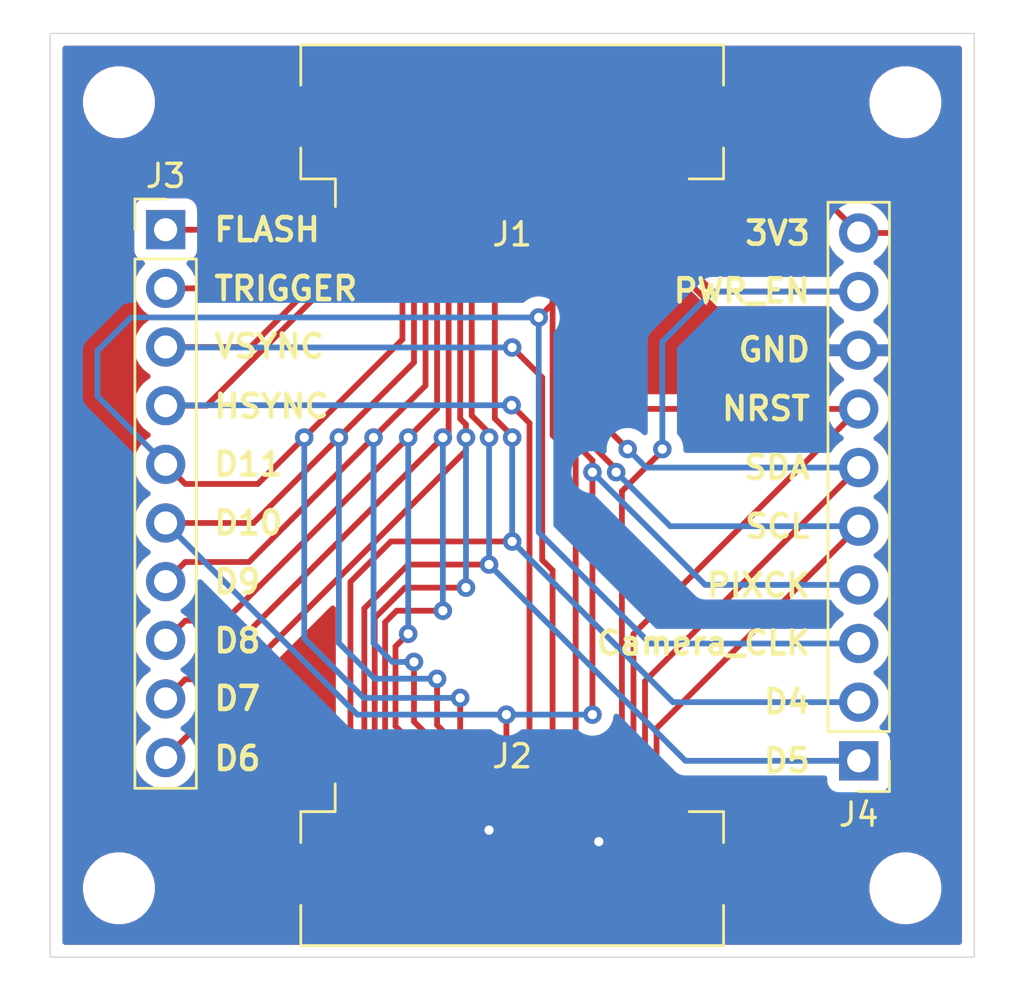
<source format=kicad_pcb>
(kicad_pcb (version 20171130) (host pcbnew 5.0.2-bee76a0~70~ubuntu16.04.1)

  (general
    (thickness 1.6)
    (drawings 28)
    (tracks 243)
    (zones 0)
    (modules 8)
    (nets 21)
  )

  (page A4)
  (layers
    (0 F.Cu signal)
    (31 B.Cu signal)
    (32 B.Adhes user)
    (33 F.Adhes user)
    (34 B.Paste user)
    (35 F.Paste user)
    (36 B.SilkS user)
    (37 F.SilkS user)
    (38 B.Mask user)
    (39 F.Mask user)
    (40 Dwgs.User user)
    (41 Cmts.User user)
    (42 Eco1.User user)
    (43 Eco2.User user)
    (44 Edge.Cuts user)
    (45 Margin user)
    (46 B.CrtYd user)
    (47 F.CrtYd user)
    (48 B.Fab user)
    (49 F.Fab user)
  )

  (setup
    (last_trace_width 0.25)
    (trace_clearance 0.2)
    (zone_clearance 0.508)
    (zone_45_only no)
    (trace_min 0.2)
    (segment_width 0.2)
    (edge_width 0.05)
    (via_size 0.8)
    (via_drill 0.4)
    (via_min_size 0.4)
    (via_min_drill 0.3)
    (uvia_size 0.3)
    (uvia_drill 0.1)
    (uvias_allowed no)
    (uvia_min_size 0.2)
    (uvia_min_drill 0.1)
    (pcb_text_width 0.3)
    (pcb_text_size 1.5 1.5)
    (mod_edge_width 0.12)
    (mod_text_size 1 1)
    (mod_text_width 0.15)
    (pad_size 1.524 1.524)
    (pad_drill 0.762)
    (pad_to_mask_clearance 0.051)
    (solder_mask_min_width 0.25)
    (aux_axis_origin 0 0)
    (grid_origin 10 10)
    (visible_elements FFFFFF7F)
    (pcbplotparams
      (layerselection 0x010fc_ffffffff)
      (usegerberextensions true)
      (usegerberattributes false)
      (usegerberadvancedattributes false)
      (creategerberjobfile false)
      (excludeedgelayer true)
      (linewidth 0.100000)
      (plotframeref false)
      (viasonmask false)
      (mode 1)
      (useauxorigin false)
      (hpglpennumber 1)
      (hpglpenspeed 20)
      (hpglpendiameter 15.000000)
      (psnegative false)
      (psa4output false)
      (plotreference true)
      (plotvalue true)
      (plotinvisibletext false)
      (padsonsilk false)
      (subtractmaskfromsilk false)
      (outputformat 1)
      (mirror false)
      (drillshape 0)
      (scaleselection 1)
      (outputdirectory "Gerber/"))
  )

  (net 0 "")
  (net 1 /GND)
  (net 2 /FLASH)
  (net 3 /TRIGGER)
  (net 4 /DCMI_VSYNC)
  (net 5 /DCMI_HSYNC)
  (net 6 /D11)
  (net 7 /D10)
  (net 8 /D9)
  (net 9 /D8)
  (net 10 /D7)
  (net 11 /D6)
  (net 12 /D5)
  (net 13 /D4)
  (net 14 /Camera_CLK)
  (net 15 /DCMI_PIXCK)
  (net 16 /DCMI_SCL)
  (net 17 /DCMI_SDA)
  (net 18 /DCMI_NRST)
  (net 19 /DCMI_PWR_EN)
  (net 20 /3V3)

  (net_class Default "This is the default net class."
    (clearance 0.2)
    (trace_width 0.25)
    (via_dia 0.8)
    (via_drill 0.4)
    (uvia_dia 0.3)
    (uvia_drill 0.1)
    (add_net /3V3)
    (add_net /Camera_CLK)
    (add_net /D10)
    (add_net /D11)
    (add_net /D4)
    (add_net /D5)
    (add_net /D6)
    (add_net /D7)
    (add_net /D8)
    (add_net /D9)
    (add_net /DCMI_HSYNC)
    (add_net /DCMI_NRST)
    (add_net /DCMI_PIXCK)
    (add_net /DCMI_PWR_EN)
    (add_net /DCMI_SCL)
    (add_net /DCMI_SDA)
    (add_net /DCMI_VSYNC)
    (add_net /FLASH)
    (add_net /GND)
    (add_net /TRIGGER)
  )

  (module Connector_FFC-FPC:Hirose_FH12-30S-0.5SH_1x30-1MP_P0.50mm_Horizontal locked (layer F.Cu) (tedit 5AEE0F8A) (tstamp 5D419DD1)
    (at 30 45)
    (descr "Molex FH12, FFC/FPC connector, FH12-30S-0.5SH, 30 Pins per row (https://www.hirose.com/product/en/products/FH12/FH12-24S-0.5SH(55)/), generated with kicad-footprint-generator")
    (tags "connector Hirose  top entry")
    (path /5D41CC6F)
    (attr smd)
    (fp_text reference J2 (at 0 -3.7) (layer F.SilkS)
      (effects (font (size 1 1) (thickness 0.15)))
    )
    (fp_text value Conn_01x30 (at 0 5.6) (layer F.Fab)
      (effects (font (size 1 1) (thickness 0.15)))
    )
    (fp_text user %R (at 0 3.7) (layer F.Fab)
      (effects (font (size 1 1) (thickness 0.15)))
    )
    (fp_line (start 10.55 -3) (end -10.55 -3) (layer F.CrtYd) (width 0.05))
    (fp_line (start 10.55 4.9) (end 10.55 -3) (layer F.CrtYd) (width 0.05))
    (fp_line (start -10.55 4.9) (end 10.55 4.9) (layer F.CrtYd) (width 0.05))
    (fp_line (start -10.55 -3) (end -10.55 4.9) (layer F.CrtYd) (width 0.05))
    (fp_line (start -7.25 -0.492893) (end -6.75 -1.2) (layer F.Fab) (width 0.1))
    (fp_line (start -7.75 -1.2) (end -7.25 -0.492893) (layer F.Fab) (width 0.1))
    (fp_line (start -7.66 -1.3) (end -7.66 -2.5) (layer F.SilkS) (width 0.12))
    (fp_line (start 9.15 4.5) (end 9.15 2.76) (layer F.SilkS) (width 0.12))
    (fp_line (start -9.15 4.5) (end 9.15 4.5) (layer F.SilkS) (width 0.12))
    (fp_line (start -9.15 2.76) (end -9.15 4.5) (layer F.SilkS) (width 0.12))
    (fp_line (start 9.15 -1.3) (end 9.15 0.04) (layer F.SilkS) (width 0.12))
    (fp_line (start 7.66 -1.3) (end 9.15 -1.3) (layer F.SilkS) (width 0.12))
    (fp_line (start -9.15 -1.3) (end -9.15 0.04) (layer F.SilkS) (width 0.12))
    (fp_line (start -7.66 -1.3) (end -9.15 -1.3) (layer F.SilkS) (width 0.12))
    (fp_line (start 8.95 4.4) (end 0 4.4) (layer F.Fab) (width 0.1))
    (fp_line (start 8.95 3.7) (end 8.95 4.4) (layer F.Fab) (width 0.1))
    (fp_line (start 8.45 3.7) (end 8.95 3.7) (layer F.Fab) (width 0.1))
    (fp_line (start 8.45 3.4) (end 8.45 3.7) (layer F.Fab) (width 0.1))
    (fp_line (start 9.05 3.4) (end 8.45 3.4) (layer F.Fab) (width 0.1))
    (fp_line (start 9.05 -1.2) (end 9.05 3.4) (layer F.Fab) (width 0.1))
    (fp_line (start 0 -1.2) (end 9.05 -1.2) (layer F.Fab) (width 0.1))
    (fp_line (start -8.95 4.4) (end 0 4.4) (layer F.Fab) (width 0.1))
    (fp_line (start -8.95 3.7) (end -8.95 4.4) (layer F.Fab) (width 0.1))
    (fp_line (start -8.45 3.7) (end -8.95 3.7) (layer F.Fab) (width 0.1))
    (fp_line (start -8.45 3.4) (end -8.45 3.7) (layer F.Fab) (width 0.1))
    (fp_line (start -9.05 3.4) (end -8.45 3.4) (layer F.Fab) (width 0.1))
    (fp_line (start -9.05 -1.2) (end -9.05 3.4) (layer F.Fab) (width 0.1))
    (fp_line (start 0 -1.2) (end -9.05 -1.2) (layer F.Fab) (width 0.1))
    (pad 30 smd rect (at 7.25 -1.85) (size 0.3 1.3) (layers F.Cu F.Paste F.Mask)
      (net 20 /3V3))
    (pad 29 smd rect (at 6.75 -1.85) (size 0.3 1.3) (layers F.Cu F.Paste F.Mask)
      (net 1 /GND))
    (pad 28 smd rect (at 6.25 -1.85) (size 0.3 1.3) (layers F.Cu F.Paste F.Mask)
      (net 16 /DCMI_SCL))
    (pad 27 smd rect (at 5.75 -1.85) (size 0.3 1.3) (layers F.Cu F.Paste F.Mask)
      (net 17 /DCMI_SDA))
    (pad 26 smd rect (at 5.25 -1.85) (size 0.3 1.3) (layers F.Cu F.Paste F.Mask)
      (net 18 /DCMI_NRST))
    (pad 25 smd rect (at 4.75 -1.85) (size 0.3 1.3) (layers F.Cu F.Paste F.Mask)
      (net 19 /DCMI_PWR_EN))
    (pad 24 smd rect (at 4.25 -1.85) (size 0.3 1.3) (layers F.Cu F.Paste F.Mask))
    (pad 23 smd rect (at 3.75 -1.85) (size 0.3 1.3) (layers F.Cu F.Paste F.Mask)
      (net 1 /GND))
    (pad 22 smd rect (at 3.25 -1.85) (size 0.3 1.3) (layers F.Cu F.Paste F.Mask))
    (pad 21 smd rect (at 2.75 -1.85) (size 0.3 1.3) (layers F.Cu F.Paste F.Mask)
      (net 14 /Camera_CLK))
    (pad 20 smd rect (at 2.25 -1.85) (size 0.3 1.3) (layers F.Cu F.Paste F.Mask)
      (net 20 /3V3))
    (pad 19 smd rect (at 1.75 -1.85) (size 0.3 1.3) (layers F.Cu F.Paste F.Mask)
      (net 4 /DCMI_VSYNC))
    (pad 18 smd rect (at 1.25 -1.85) (size 0.3 1.3) (layers F.Cu F.Paste F.Mask))
    (pad 17 smd rect (at 0.75 -1.85) (size 0.3 1.3) (layers F.Cu F.Paste F.Mask)
      (net 5 /DCMI_HSYNC))
    (pad 16 smd rect (at 0.25 -1.85) (size 0.3 1.3) (layers F.Cu F.Paste F.Mask)
      (net 1 /GND))
    (pad 15 smd rect (at -0.25 -1.85) (size 0.3 1.3) (layers F.Cu F.Paste F.Mask)
      (net 15 /DCMI_PIXCK))
    (pad 14 smd rect (at -0.75 -1.85) (size 0.3 1.3) (layers F.Cu F.Paste F.Mask)
      (net 1 /GND))
    (pad 13 smd rect (at -1.25 -1.85) (size 0.3 1.3) (layers F.Cu F.Paste F.Mask))
    (pad 12 smd rect (at -1.75 -1.85) (size 0.3 1.3) (layers F.Cu F.Paste F.Mask))
    (pad 11 smd rect (at -2.25 -1.85) (size 0.3 1.3) (layers F.Cu F.Paste F.Mask)
      (net 6 /D11))
    (pad 10 smd rect (at -2.75 -1.85) (size 0.3 1.3) (layers F.Cu F.Paste F.Mask)
      (net 7 /D10))
    (pad 9 smd rect (at -3.25 -1.85) (size 0.3 1.3) (layers F.Cu F.Paste F.Mask)
      (net 8 /D9))
    (pad 8 smd rect (at -3.75 -1.85) (size 0.3 1.3) (layers F.Cu F.Paste F.Mask)
      (net 9 /D8))
    (pad 7 smd rect (at -4.25 -1.85) (size 0.3 1.3) (layers F.Cu F.Paste F.Mask)
      (net 10 /D7))
    (pad 6 smd rect (at -4.75 -1.85) (size 0.3 1.3) (layers F.Cu F.Paste F.Mask)
      (net 11 /D6))
    (pad 5 smd rect (at -5.25 -1.85) (size 0.3 1.3) (layers F.Cu F.Paste F.Mask)
      (net 12 /D5))
    (pad 4 smd rect (at -5.75 -1.85) (size 0.3 1.3) (layers F.Cu F.Paste F.Mask)
      (net 13 /D4))
    (pad 3 smd rect (at -6.25 -1.85) (size 0.3 1.3) (layers F.Cu F.Paste F.Mask))
    (pad 2 smd rect (at -6.75 -1.85) (size 0.3 1.3) (layers F.Cu F.Paste F.Mask))
    (pad 1 smd rect (at -7.25 -1.85) (size 0.3 1.3) (layers F.Cu F.Paste F.Mask)
      (net 1 /GND))
    (pad MP smd rect (at -9.15 1.4) (size 1.8 2.2) (layers F.Cu F.Paste F.Mask))
    (pad MP smd rect (at 9.15 1.4) (size 1.8 2.2) (layers F.Cu F.Paste F.Mask))
    (model ${KISYS3DMOD}/Connector_FFC-FPC.3dshapes/Hirose_FH12-30S-0.5SH_1x30-1MP_P0.50mm_Horizontal.wrl
      (at (xyz 0 0 0))
      (scale (xyz 1 1 1))
      (rotate (xyz 0 0 0))
    )
  )

  (module MountingHole:MountingHole_2.1mm (layer F.Cu) (tedit 5D41F5DE) (tstamp 5D41E82D)
    (at 12.98 12.98)
    (descr "Mounting Hole 2.1mm, no annular")
    (tags "mounting hole 2.1mm no annular")
    (path /5D49BDF7)
    (attr virtual)
    (fp_text reference H1 (at 0 -3.2) (layer F.SilkS) hide
      (effects (font (size 1 1) (thickness 0.15)))
    )
    (fp_text value MountingHole (at 0 3.2) (layer F.Fab)
      (effects (font (size 1 1) (thickness 0.15)))
    )
    (fp_text user %R (at 0.3 0) (layer F.Fab)
      (effects (font (size 1 1) (thickness 0.15)))
    )
    (fp_circle (center 0 0) (end 2.1 0) (layer Cmts.User) (width 0.15))
    (fp_circle (center 0 0) (end 2.35 0) (layer F.CrtYd) (width 0.05))
    (pad "" np_thru_hole circle (at 0 0) (size 2.1 2.1) (drill 2.1) (layers *.Cu *.Mask))
  )

  (module MountingHole:MountingHole_2.1mm (layer F.Cu) (tedit 5D41F5EA) (tstamp 5D41E7CD)
    (at 12.98 47.02)
    (descr "Mounting Hole 2.1mm, no annular")
    (tags "mounting hole 2.1mm no annular")
    (path /5D49CFAA)
    (attr virtual)
    (fp_text reference H2 (at 0 -3.2) (layer F.SilkS) hide
      (effects (font (size 1 1) (thickness 0.15)))
    )
    (fp_text value MountingHole (at 0 3.2) (layer F.Fab)
      (effects (font (size 1 1) (thickness 0.15)))
    )
    (fp_circle (center 0 0) (end 2.35 0) (layer F.CrtYd) (width 0.05))
    (fp_circle (center 0 0) (end 2.1 0) (layer Cmts.User) (width 0.15))
    (fp_text user %R (at 0.3 0) (layer F.Fab)
      (effects (font (size 1 1) (thickness 0.15)))
    )
    (pad "" np_thru_hole circle (at 0 0) (size 2.1 2.1) (drill 2.1) (layers *.Cu *.Mask))
  )

  (module MountingHole:MountingHole_2.1mm (layer F.Cu) (tedit 5D41F5E2) (tstamp 5D41E7D5)
    (at 47.02 47.02)
    (descr "Mounting Hole 2.1mm, no annular")
    (tags "mounting hole 2.1mm no annular")
    (path /5D49D4A6)
    (attr virtual)
    (fp_text reference H3 (at 0 -3.2) (layer F.SilkS) hide
      (effects (font (size 1 1) (thickness 0.15)))
    )
    (fp_text value MountingHole (at 0 3.2) (layer F.Fab)
      (effects (font (size 1 1) (thickness 0.15)))
    )
    (fp_text user %R (at 0.3 0) (layer F.Fab)
      (effects (font (size 1 1) (thickness 0.15)))
    )
    (fp_circle (center 0 0) (end 2.1 0) (layer Cmts.User) (width 0.15))
    (fp_circle (center 0 0) (end 2.35 0) (layer F.CrtYd) (width 0.05))
    (pad "" np_thru_hole circle (at 0 0) (size 2.1 2.1) (drill 2.1) (layers *.Cu *.Mask))
  )

  (module MountingHole:MountingHole_2.1mm (layer F.Cu) (tedit 5D41F5F0) (tstamp 5D41E7DD)
    (at 47.02 12.98)
    (descr "Mounting Hole 2.1mm, no annular")
    (tags "mounting hole 2.1mm no annular")
    (path /5D49D8E3)
    (attr virtual)
    (fp_text reference H4 (at 0 -3.2) (layer F.SilkS) hide
      (effects (font (size 1 1) (thickness 0.15)))
    )
    (fp_text value MountingHole (at 0 3.2) (layer F.Fab)
      (effects (font (size 1 1) (thickness 0.15)))
    )
    (fp_circle (center 0 0) (end 2.35 0) (layer F.CrtYd) (width 0.05))
    (fp_circle (center 0 0) (end 2.1 0) (layer Cmts.User) (width 0.15))
    (fp_text user %R (at 0.3 0) (layer F.Fab)
      (effects (font (size 1 1) (thickness 0.15)))
    )
    (pad "" np_thru_hole circle (at 0 0) (size 2.1 2.1) (drill 2.1) (layers *.Cu *.Mask))
  )

  (module Connector_PinHeader_2.54mm:PinHeader_1x10_P2.54mm_Vertical (layer F.Cu) (tedit 59FED5CC) (tstamp 5D41BA9F)
    (at 15 18.5)
    (descr "Through hole straight pin header, 1x10, 2.54mm pitch, single row")
    (tags "Through hole pin header THT 1x10 2.54mm single row")
    (path /5D48BC11)
    (fp_text reference J3 (at 0 -2.33) (layer F.SilkS)
      (effects (font (size 1 1) (thickness 0.15)))
    )
    (fp_text value Conn_01x10 (at 0 25.19) (layer F.Fab)
      (effects (font (size 1 1) (thickness 0.15)))
    )
    (fp_line (start -0.635 -1.27) (end 1.27 -1.27) (layer F.Fab) (width 0.1))
    (fp_line (start 1.27 -1.27) (end 1.27 24.13) (layer F.Fab) (width 0.1))
    (fp_line (start 1.27 24.13) (end -1.27 24.13) (layer F.Fab) (width 0.1))
    (fp_line (start -1.27 24.13) (end -1.27 -0.635) (layer F.Fab) (width 0.1))
    (fp_line (start -1.27 -0.635) (end -0.635 -1.27) (layer F.Fab) (width 0.1))
    (fp_line (start -1.33 24.19) (end 1.33 24.19) (layer F.SilkS) (width 0.12))
    (fp_line (start -1.33 1.27) (end -1.33 24.19) (layer F.SilkS) (width 0.12))
    (fp_line (start 1.33 1.27) (end 1.33 24.19) (layer F.SilkS) (width 0.12))
    (fp_line (start -1.33 1.27) (end 1.33 1.27) (layer F.SilkS) (width 0.12))
    (fp_line (start -1.33 0) (end -1.33 -1.33) (layer F.SilkS) (width 0.12))
    (fp_line (start -1.33 -1.33) (end 0 -1.33) (layer F.SilkS) (width 0.12))
    (fp_line (start -1.8 -1.8) (end -1.8 24.65) (layer F.CrtYd) (width 0.05))
    (fp_line (start -1.8 24.65) (end 1.8 24.65) (layer F.CrtYd) (width 0.05))
    (fp_line (start 1.8 24.65) (end 1.8 -1.8) (layer F.CrtYd) (width 0.05))
    (fp_line (start 1.8 -1.8) (end -1.8 -1.8) (layer F.CrtYd) (width 0.05))
    (fp_text user %R (at 0 11.43 90) (layer F.Fab)
      (effects (font (size 1 1) (thickness 0.15)))
    )
    (pad 1 thru_hole rect (at 0 0) (size 1.7 1.7) (drill 1) (layers *.Cu *.Mask)
      (net 2 /FLASH))
    (pad 2 thru_hole oval (at 0 2.54) (size 1.7 1.7) (drill 1) (layers *.Cu *.Mask)
      (net 3 /TRIGGER))
    (pad 3 thru_hole oval (at 0 5.08) (size 1.7 1.7) (drill 1) (layers *.Cu *.Mask)
      (net 4 /DCMI_VSYNC))
    (pad 4 thru_hole oval (at 0 7.62) (size 1.7 1.7) (drill 1) (layers *.Cu *.Mask)
      (net 5 /DCMI_HSYNC))
    (pad 5 thru_hole oval (at 0 10.16) (size 1.7 1.7) (drill 1) (layers *.Cu *.Mask)
      (net 6 /D11))
    (pad 6 thru_hole oval (at 0 12.7) (size 1.7 1.7) (drill 1) (layers *.Cu *.Mask)
      (net 7 /D10))
    (pad 7 thru_hole oval (at 0 15.24) (size 1.7 1.7) (drill 1) (layers *.Cu *.Mask)
      (net 8 /D9))
    (pad 8 thru_hole oval (at 0 17.78) (size 1.7 1.7) (drill 1) (layers *.Cu *.Mask)
      (net 9 /D8))
    (pad 9 thru_hole oval (at 0 20.32) (size 1.7 1.7) (drill 1) (layers *.Cu *.Mask)
      (net 10 /D7))
    (pad 10 thru_hole oval (at 0 22.86) (size 1.7 1.7) (drill 1) (layers *.Cu *.Mask)
      (net 11 /D6))
    (model ${KISYS3DMOD}/Connector_PinHeader_2.54mm.3dshapes/PinHeader_1x10_P2.54mm_Vertical.wrl
      (at (xyz 0 0 0))
      (scale (xyz 1 1 1))
      (rotate (xyz 0 0 0))
    )
  )

  (module Connector_PinHeader_2.54mm:PinHeader_1x10_P2.54mm_Vertical (layer F.Cu) (tedit 59FED5CC) (tstamp 5D41BAD9)
    (at 45 41.5 180)
    (descr "Through hole straight pin header, 1x10, 2.54mm pitch, single row")
    (tags "Through hole pin header THT 1x10 2.54mm single row")
    (path /5D44B9BC)
    (fp_text reference J4 (at 0 -2.33 180) (layer F.SilkS)
      (effects (font (size 1 1) (thickness 0.15)))
    )
    (fp_text value Conn_01x10 (at 0 25.19 180) (layer F.Fab)
      (effects (font (size 1 1) (thickness 0.15)))
    )
    (fp_text user %R (at 0 11.43 270) (layer F.Fab)
      (effects (font (size 1 1) (thickness 0.15)))
    )
    (fp_line (start 1.8 -1.8) (end -1.8 -1.8) (layer F.CrtYd) (width 0.05))
    (fp_line (start 1.8 24.65) (end 1.8 -1.8) (layer F.CrtYd) (width 0.05))
    (fp_line (start -1.8 24.65) (end 1.8 24.65) (layer F.CrtYd) (width 0.05))
    (fp_line (start -1.8 -1.8) (end -1.8 24.65) (layer F.CrtYd) (width 0.05))
    (fp_line (start -1.33 -1.33) (end 0 -1.33) (layer F.SilkS) (width 0.12))
    (fp_line (start -1.33 0) (end -1.33 -1.33) (layer F.SilkS) (width 0.12))
    (fp_line (start -1.33 1.27) (end 1.33 1.27) (layer F.SilkS) (width 0.12))
    (fp_line (start 1.33 1.27) (end 1.33 24.19) (layer F.SilkS) (width 0.12))
    (fp_line (start -1.33 1.27) (end -1.33 24.19) (layer F.SilkS) (width 0.12))
    (fp_line (start -1.33 24.19) (end 1.33 24.19) (layer F.SilkS) (width 0.12))
    (fp_line (start -1.27 -0.635) (end -0.635 -1.27) (layer F.Fab) (width 0.1))
    (fp_line (start -1.27 24.13) (end -1.27 -0.635) (layer F.Fab) (width 0.1))
    (fp_line (start 1.27 24.13) (end -1.27 24.13) (layer F.Fab) (width 0.1))
    (fp_line (start 1.27 -1.27) (end 1.27 24.13) (layer F.Fab) (width 0.1))
    (fp_line (start -0.635 -1.27) (end 1.27 -1.27) (layer F.Fab) (width 0.1))
    (pad 10 thru_hole oval (at 0 22.86 180) (size 1.7 1.7) (drill 1) (layers *.Cu *.Mask)
      (net 20 /3V3))
    (pad 9 thru_hole oval (at 0 20.32 180) (size 1.7 1.7) (drill 1) (layers *.Cu *.Mask)
      (net 19 /DCMI_PWR_EN))
    (pad 8 thru_hole oval (at 0 17.78 180) (size 1.7 1.7) (drill 1) (layers *.Cu *.Mask)
      (net 1 /GND))
    (pad 7 thru_hole oval (at 0 15.24 180) (size 1.7 1.7) (drill 1) (layers *.Cu *.Mask)
      (net 18 /DCMI_NRST))
    (pad 6 thru_hole oval (at 0 12.7 180) (size 1.7 1.7) (drill 1) (layers *.Cu *.Mask)
      (net 17 /DCMI_SDA))
    (pad 5 thru_hole oval (at 0 10.16 180) (size 1.7 1.7) (drill 1) (layers *.Cu *.Mask)
      (net 16 /DCMI_SCL))
    (pad 4 thru_hole oval (at 0 7.62 180) (size 1.7 1.7) (drill 1) (layers *.Cu *.Mask)
      (net 15 /DCMI_PIXCK))
    (pad 3 thru_hole oval (at 0 5.08 180) (size 1.7 1.7) (drill 1) (layers *.Cu *.Mask)
      (net 14 /Camera_CLK))
    (pad 2 thru_hole oval (at 0 2.54 180) (size 1.7 1.7) (drill 1) (layers *.Cu *.Mask)
      (net 13 /D4))
    (pad 1 thru_hole rect (at 0 0 180) (size 1.7 1.7) (drill 1) (layers *.Cu *.Mask)
      (net 12 /D5))
    (model ${KISYS3DMOD}/Connector_PinHeader_2.54mm.3dshapes/PinHeader_1x10_P2.54mm_Vertical.wrl
      (at (xyz 0 0 0))
      (scale (xyz 1 1 1))
      (rotate (xyz 0 0 0))
    )
  )

  (module sense_fp:ArduCam_FPC_30pin_P0.50mm_Horizontal locked (layer F.Cu) (tedit 5D41CE81) (tstamp 5D4E9ADB)
    (at 30 15 180)
    (descr "Molex FH12, FFC/FPC connector, FH12-30S-0.5SH, 30 Pins per row (https://www.hirose.com/product/en/products/FH12/FH12-24S-0.5SH(55)/), generated with kicad-footprint-generator")
    (tags "connector Hirose  top entry")
    (path /5D41AA2B)
    (attr smd)
    (fp_text reference J1 (at 0 -3.7 180) (layer F.SilkS)
      (effects (font (size 1 1) (thickness 0.15)))
    )
    (fp_text value Conn_01x30 (at 0 5.6 180) (layer F.Fab)
      (effects (font (size 1 1) (thickness 0.15)))
    )
    (fp_line (start 0 -1.2) (end -9.05 -1.2) (layer F.Fab) (width 0.1))
    (fp_line (start -9.05 -1.2) (end -9.05 3.4) (layer F.Fab) (width 0.1))
    (fp_line (start -9.05 3.4) (end -8.45 3.4) (layer F.Fab) (width 0.1))
    (fp_line (start -8.45 3.4) (end -8.45 3.7) (layer F.Fab) (width 0.1))
    (fp_line (start -8.45 3.7) (end -8.95 3.7) (layer F.Fab) (width 0.1))
    (fp_line (start -8.95 3.7) (end -8.95 4.4) (layer F.Fab) (width 0.1))
    (fp_line (start -8.95 4.4) (end 0 4.4) (layer F.Fab) (width 0.1))
    (fp_line (start 0 -1.2) (end 9.05 -1.2) (layer F.Fab) (width 0.1))
    (fp_line (start 9.05 -1.2) (end 9.05 3.4) (layer F.Fab) (width 0.1))
    (fp_line (start 9.05 3.4) (end 8.45 3.4) (layer F.Fab) (width 0.1))
    (fp_line (start 8.45 3.4) (end 8.45 3.7) (layer F.Fab) (width 0.1))
    (fp_line (start 8.45 3.7) (end 8.95 3.7) (layer F.Fab) (width 0.1))
    (fp_line (start 8.95 3.7) (end 8.95 4.4) (layer F.Fab) (width 0.1))
    (fp_line (start 8.95 4.4) (end 0 4.4) (layer F.Fab) (width 0.1))
    (fp_line (start -7.66 -1.3) (end -9.15 -1.3) (layer F.SilkS) (width 0.12))
    (fp_line (start -9.15 -1.3) (end -9.15 0.04) (layer F.SilkS) (width 0.12))
    (fp_line (start 7.66 -1.3) (end 9.15 -1.3) (layer F.SilkS) (width 0.12))
    (fp_line (start 9.15 -1.3) (end 9.15 0.04) (layer F.SilkS) (width 0.12))
    (fp_line (start -9.15 2.76) (end -9.15 4.5) (layer F.SilkS) (width 0.12))
    (fp_line (start -9.15 4.5) (end 9.15 4.5) (layer F.SilkS) (width 0.12))
    (fp_line (start 9.15 4.5) (end 9.15 2.76) (layer F.SilkS) (width 0.12))
    (fp_line (start 7.65 -1.3) (end 7.65 -2.5) (layer F.SilkS) (width 0.12))
    (fp_line (start 6.65 -1.15) (end 7.15 -0.442893) (layer F.Fab) (width 0.1))
    (fp_line (start 7.15 -0.442893) (end 7.65 -1.15) (layer F.Fab) (width 0.1))
    (fp_line (start -10.55 -3) (end -10.55 4.9) (layer F.CrtYd) (width 0.05))
    (fp_line (start -10.55 4.9) (end 10.55 4.9) (layer F.CrtYd) (width 0.05))
    (fp_line (start 10.55 4.9) (end 10.55 -3) (layer F.CrtYd) (width 0.05))
    (fp_line (start 10.55 -3) (end -10.55 -3) (layer F.CrtYd) (width 0.05))
    (fp_text user %R (at 0 3.7 180) (layer F.Fab)
      (effects (font (size 1 1) (thickness 0.15)))
    )
    (pad MP smd rect (at 9.15 1.4 180) (size 1.8 2.2) (layers F.Cu F.Paste F.Mask))
    (pad MP smd rect (at -9.15 1.4 180) (size 1.8 2.2) (layers F.Cu F.Paste F.Mask))
    (pad 30 smd rect (at -7.25 -1.85 180) (size 0.3 1.3) (layers F.Cu F.Paste F.Mask)
      (net 20 /3V3))
    (pad 29 smd rect (at -6.75 -1.85 180) (size 0.3 1.3) (layers F.Cu F.Paste F.Mask)
      (net 20 /3V3))
    (pad 28 smd rect (at -6.25 -1.85 180) (size 0.3 1.3) (layers F.Cu F.Paste F.Mask)
      (net 20 /3V3))
    (pad 27 smd rect (at -5.75 -1.85 180) (size 0.3 1.3) (layers F.Cu F.Paste F.Mask)
      (net 20 /3V3))
    (pad 26 smd rect (at -5.25 -1.85 180) (size 0.3 1.3) (layers F.Cu F.Paste F.Mask)
      (net 19 /DCMI_PWR_EN))
    (pad 25 smd rect (at -4.75 -1.85 180) (size 0.3 1.3) (layers F.Cu F.Paste F.Mask)
      (net 1 /GND))
    (pad 24 smd rect (at -4.25 -1.85 180) (size 0.3 1.3) (layers F.Cu F.Paste F.Mask)
      (net 1 /GND))
    (pad 23 smd rect (at -3.75 -1.85 180) (size 0.3 1.3) (layers F.Cu F.Paste F.Mask)
      (net 18 /DCMI_NRST))
    (pad 22 smd rect (at -3.25 -1.85 180) (size 0.3 1.3) (layers F.Cu F.Paste F.Mask)
      (net 17 /DCMI_SDA))
    (pad 21 smd rect (at -2.75 -1.85 180) (size 0.3 1.3) (layers F.Cu F.Paste F.Mask)
      (net 16 /DCMI_SCL))
    (pad 20 smd rect (at -2.25 -1.85 180) (size 0.3 1.3) (layers F.Cu F.Paste F.Mask)
      (net 15 /DCMI_PIXCK))
    (pad 19 smd rect (at -1.75 -1.85 180) (size 0.3 1.3) (layers F.Cu F.Paste F.Mask)
      (net 14 /Camera_CLK))
    (pad 18 smd rect (at -1.25 -1.85 180) (size 0.3 1.3) (layers F.Cu F.Paste F.Mask))
    (pad 17 smd rect (at -0.75 -1.85 180) (size 0.3 1.3) (layers F.Cu F.Paste F.Mask))
    (pad 16 smd rect (at -0.25 -1.85 180) (size 0.3 1.3) (layers F.Cu F.Paste F.Mask))
    (pad 15 smd rect (at 0.25 -1.85 180) (size 0.3 1.3) (layers F.Cu F.Paste F.Mask))
    (pad 14 smd rect (at 0.75 -1.85 180) (size 0.3 1.3) (layers F.Cu F.Paste F.Mask)
      (net 13 /D4))
    (pad 13 smd rect (at 1.25 -1.85 180) (size 0.3 1.3) (layers F.Cu F.Paste F.Mask)
      (net 1 /GND))
    (pad 12 smd rect (at 1.75 -1.85 180) (size 0.3 1.3) (layers F.Cu F.Paste F.Mask)
      (net 12 /D5))
    (pad 11 smd rect (at 2.25 -1.85 180) (size 0.3 1.3) (layers F.Cu F.Paste F.Mask)
      (net 11 /D6))
    (pad 10 smd rect (at 2.75 -1.85 180) (size 0.3 1.3) (layers F.Cu F.Paste F.Mask)
      (net 10 /D7))
    (pad 9 smd rect (at 3.25 -1.85 180) (size 0.3 1.3) (layers F.Cu F.Paste F.Mask)
      (net 9 /D8))
    (pad 8 smd rect (at 3.75 -1.85 180) (size 0.3 1.3) (layers F.Cu F.Paste F.Mask)
      (net 8 /D9))
    (pad 7 smd rect (at 4.25 -1.85 180) (size 0.3 1.3) (layers F.Cu F.Paste F.Mask)
      (net 7 /D10))
    (pad 6 smd rect (at 4.75 -1.85 180) (size 0.3 1.3) (layers F.Cu F.Paste F.Mask)
      (net 6 /D11))
    (pad 5 smd rect (at 5.25 -1.85 180) (size 0.3 1.3) (layers F.Cu F.Paste F.Mask)
      (net 5 /DCMI_HSYNC))
    (pad 4 smd rect (at 5.75 -1.85 180) (size 0.3 1.3) (layers F.Cu F.Paste F.Mask)
      (net 4 /DCMI_VSYNC))
    (pad 3 smd rect (at 6.25 -1.85 180) (size 0.3 1.3) (layers F.Cu F.Paste F.Mask)
      (net 3 /TRIGGER))
    (pad 2 smd rect (at 6.75 -1.85 180) (size 0.3 1.3) (layers F.Cu F.Paste F.Mask)
      (net 2 /FLASH))
    (pad 1 smd rect (at 7.25 -1.85 180) (size 0.3 1.3) (layers F.Cu F.Paste F.Mask)
      (net 1 /GND))
    (model ${KISYS3DMOD}/Connector_FFC-FPC.3dshapes/Hirose_FH12-30S-0.5SH_1x30-1MP_P0.50mm_Horizontal.wrl
      (at (xyz 0 0 0))
      (scale (xyz 1 1 1))
      (rotate (xyz 0 0 0))
    )
  )

  (gr_text D6 (at 17 41.4) (layer F.SilkS) (tstamp 5D4EA5D7)
    (effects (font (size 1 1) (thickness 0.2)) (justify left))
  )
  (gr_text D7 (at 17 38.8) (layer F.SilkS) (tstamp 5D4EA5D7)
    (effects (font (size 1 1) (thickness 0.2)) (justify left))
  )
  (gr_text D8 (at 17 36.3) (layer F.SilkS) (tstamp 5D4EA5D7)
    (effects (font (size 1 1) (thickness 0.2)) (justify left))
  )
  (gr_text D9 (at 17 33.75) (layer F.SilkS) (tstamp 5D4EA5D7)
    (effects (font (size 1 1) (thickness 0.2)) (justify left))
  )
  (gr_text D10 (at 17 31.2) (layer F.SilkS) (tstamp 5D4EA5D7)
    (effects (font (size 1 1) (thickness 0.2)) (justify left))
  )
  (gr_text D11 (at 17 28.65) (layer F.SilkS) (tstamp 5D4EA5D7)
    (effects (font (size 1 1) (thickness 0.2)) (justify left))
  )
  (gr_text HSYNC (at 17 26.15) (layer F.SilkS) (tstamp 5D4EA5D7)
    (effects (font (size 1 1) (thickness 0.2)) (justify left))
  )
  (gr_text VSYNC (at 17 23.55) (layer F.SilkS) (tstamp 5D4EA5D7)
    (effects (font (size 1 1) (thickness 0.2)) (justify left))
  )
  (gr_text TRIGGER (at 17 21.05) (layer F.SilkS) (tstamp 5D4EA5D7)
    (effects (font (size 1 1) (thickness 0.2)) (justify left))
  )
  (gr_text FLASH (at 17 18.5) (layer F.SilkS)
    (effects (font (size 1 1) (thickness 0.2)) (justify left))
  )
  (gr_text D5 (at 43 41.5) (layer F.SilkS) (tstamp 5D4EA5C3)
    (effects (font (size 1 1) (thickness 0.2)) (justify right))
  )
  (gr_text D4 (at 43 38.95) (layer F.SilkS) (tstamp 5D4EA5C3)
    (effects (font (size 1 1) (thickness 0.2)) (justify right))
  )
  (gr_text Camera_CLK (at 43 36.4) (layer F.SilkS) (tstamp 5D4EA5C3)
    (effects (font (size 1 1) (thickness 0.2)) (justify right))
  )
  (gr_text PIXCK (at 43 33.9) (layer F.SilkS) (tstamp 5D4EA5C3)
    (effects (font (size 1 1) (thickness 0.2)) (justify right))
  )
  (gr_text SCL (at 43 31.35) (layer F.SilkS) (tstamp 5D4EA5C3)
    (effects (font (size 1 1) (thickness 0.2)) (justify right))
  )
  (gr_text SDA (at 43 28.8) (layer F.SilkS) (tstamp 5D4EA5C3)
    (effects (font (size 1 1) (thickness 0.2)) (justify right))
  )
  (gr_text NRST (at 43 26.25) (layer F.SilkS)
    (effects (font (size 1 1) (thickness 0.2)) (justify right))
  )
  (gr_text GND (at 43 23.7) (layer F.SilkS) (tstamp 5D4EA4C1)
    (effects (font (size 1 1) (thickness 0.2)) (justify right))
  )
  (gr_text PWR_EN (at 43 21.15) (layer F.SilkS)
    (effects (font (size 1 1) (thickness 0.2)) (justify right))
  )
  (gr_text 3V3 (at 43 18.65) (layer F.SilkS)
    (effects (font (size 1 1) (thickness 0.2)) (justify right))
  )
  (gr_line (start 50 10) (end 10 10) (layer Margin) (width 0.15) (tstamp 5D419C21))
  (gr_line (start 50 50) (end 50 10) (layer Margin) (width 0.15))
  (gr_line (start 10 50) (end 50 50) (layer Margin) (width 0.15))
  (gr_line (start 10 10) (end 10 50) (layer Margin) (width 0.15))
  (gr_line (start 50 10) (end 10 10) (layer Edge.Cuts) (width 0.05) (tstamp 5D419C20))
  (gr_line (start 50 50) (end 50 10) (layer Edge.Cuts) (width 0.05))
  (gr_line (start 10 50) (end 50 50) (layer Edge.Cuts) (width 0.05))
  (gr_line (start 10 10) (end 10 50) (layer Edge.Cuts) (width 0.05))

  (segment (start 34.25 16.85) (end 34.75 16.85) (width 0.25) (layer F.Cu) (net 1))
  (segment (start 22.75 15.95) (end 23.2 15.5) (width 0.25) (layer F.Cu) (net 1))
  (segment (start 22.75 16.85) (end 22.75 15.95) (width 0.25) (layer F.Cu) (net 1))
  (segment (start 34.25 15.95) (end 34.25 16.85) (width 0.25) (layer F.Cu) (net 1))
  (segment (start 34.25 15.85) (end 34.25 15.95) (width 0.25) (layer F.Cu) (net 1))
  (segment (start 33.9 15.5) (end 34.25 15.85) (width 0.25) (layer F.Cu) (net 1))
  (segment (start 28.75 15.75) (end 28.5 15.5) (width 0.25) (layer F.Cu) (net 1))
  (segment (start 28.75 16.85) (end 28.75 15.75) (width 0.25) (layer F.Cu) (net 1))
  (segment (start 28.5 15.5) (end 33.9 15.5) (width 0.25) (layer F.Cu) (net 1))
  (segment (start 23.2 15.5) (end 28.5 15.5) (width 0.25) (layer F.Cu) (net 1))
  (segment (start 22.75 44.05) (end 23.2 44.5) (width 0.25) (layer F.Cu) (net 1))
  (segment (start 22.75 43.15) (end 22.75 44.05) (width 0.25) (layer F.Cu) (net 1))
  (segment (start 30.25 44.05) (end 30.25 43.15) (width 0.25) (layer F.Cu) (net 1))
  (segment (start 29.8 44.5) (end 30.25 44.05) (width 0.25) (layer F.Cu) (net 1))
  (segment (start 29.25 44.4) (end 29.35 44.5) (width 0.25) (layer F.Cu) (net 1))
  (segment (start 29.25 43.15) (end 29.25 44.4) (width 0.25) (layer F.Cu) (net 1))
  (segment (start 29.35 44.5) (end 29.8 44.5) (width 0.25) (layer F.Cu) (net 1))
  (segment (start 33.75 44.05) (end 34.2 44.5) (width 0.25) (layer F.Cu) (net 1))
  (segment (start 33.75 43.15) (end 33.75 44.05) (width 0.25) (layer F.Cu) (net 1))
  (segment (start 36.75 44.05) (end 36.75 43.15) (width 0.25) (layer F.Cu) (net 1))
  (segment (start 36.3 44.5) (end 36.75 44.05) (width 0.25) (layer F.Cu) (net 1))
  (segment (start 34.2 44.5) (end 36.3 44.5) (width 0.25) (layer F.Cu) (net 1))
  (segment (start 34.2 44.55) (end 33.75 45) (width 0.25) (layer F.Cu) (net 1))
  (via (at 33.75 45) (size 0.8) (drill 0.4) (layers F.Cu B.Cu) (net 1))
  (segment (start 34.2 44.5) (end 34.2 44.55) (width 0.25) (layer F.Cu) (net 1))
  (via (at 29 44.5) (size 0.8) (drill 0.4) (layers F.Cu B.Cu) (net 1))
  (segment (start 29 44.5) (end 29.35 44.5) (width 0.25) (layer F.Cu) (net 1))
  (segment (start 23.2 44.5) (end 29 44.5) (width 0.25) (layer F.Cu) (net 1))
  (segment (start 33.75 45) (end 33.25 44.5) (width 0.25) (layer B.Cu) (net 1))
  (segment (start 33.25 44.5) (end 29 44.5) (width 0.25) (layer B.Cu) (net 1))
  (segment (start 43.797919 23.72) (end 45 23.72) (width 0.25) (layer F.Cu) (net 1))
  (segment (start 40.58359 23.72) (end 43.797919 23.72) (width 0.25) (layer F.Cu) (net 1))
  (segment (start 34.75 17.88641) (end 40.58359 23.72) (width 0.25) (layer F.Cu) (net 1))
  (segment (start 34.75 16.85) (end 34.75 17.88641) (width 0.25) (layer F.Cu) (net 1))
  (segment (start 16.1 18.5) (end 15 18.5) (width 0.25) (layer F.Cu) (net 2))
  (segment (start 23.25 17.735002) (end 22.485002 18.5) (width 0.25) (layer F.Cu) (net 2))
  (segment (start 22.485002 18.5) (end 16.1 18.5) (width 0.25) (layer F.Cu) (net 2))
  (segment (start 23.25 16.85) (end 23.25 17.735002) (width 0.25) (layer F.Cu) (net 2))
  (segment (start 20.581412 21.04) (end 16.202081 21.04) (width 0.25) (layer F.Cu) (net 3))
  (segment (start 16.202081 21.04) (end 15 21.04) (width 0.25) (layer F.Cu) (net 3))
  (segment (start 23.75 17.871412) (end 20.581412 21.04) (width 0.25) (layer F.Cu) (net 3))
  (segment (start 23.75 16.85) (end 23.75 17.871412) (width 0.25) (layer F.Cu) (net 3))
  (segment (start 16.202081 23.58) (end 15 23.58) (width 0.25) (layer F.Cu) (net 4))
  (segment (start 18.677822 23.58) (end 16.202081 23.58) (width 0.25) (layer F.Cu) (net 4))
  (segment (start 24.25 18.007822) (end 18.677822 23.58) (width 0.25) (layer F.Cu) (net 4))
  (segment (start 24.25 16.85) (end 24.25 18.007822) (width 0.25) (layer F.Cu) (net 4))
  (segment (start 31.75 43.15) (end 31.75 33.25) (width 0.25) (layer F.Cu) (net 4))
  (via (at 30 23.6) (size 0.8) (drill 0.4) (layers F.Cu B.Cu) (net 4))
  (segment (start 31.29999 24.89999) (end 30 23.6) (width 0.25) (layer F.Cu) (net 4))
  (segment (start 31.29999 32.79999) (end 31.29999 24.89999) (width 0.25) (layer F.Cu) (net 4))
  (segment (start 31.75 33.25) (end 31.29999 32.79999) (width 0.25) (layer F.Cu) (net 4))
  (segment (start 15.02 23.6) (end 15 23.58) (width 0.25) (layer B.Cu) (net 4))
  (segment (start 30 23.6) (end 15.02 23.6) (width 0.25) (layer B.Cu) (net 4))
  (segment (start 16.774232 26.12) (end 16.202081 26.12) (width 0.25) (layer F.Cu) (net 5))
  (segment (start 16.202081 26.12) (end 15 26.12) (width 0.25) (layer F.Cu) (net 5))
  (segment (start 24.75 18.144232) (end 16.774232 26.12) (width 0.25) (layer F.Cu) (net 5))
  (segment (start 24.75 16.85) (end 24.75 18.144232) (width 0.25) (layer F.Cu) (net 5))
  (segment (start 30.75 43.15) (end 30.75 33.25) (width 0.25) (layer F.Cu) (net 5))
  (via (at 29.975 26.1) (size 0.8) (drill 0.4) (layers F.Cu B.Cu) (net 5))
  (segment (start 30.75 26.875) (end 29.975 26.1) (width 0.25) (layer F.Cu) (net 5))
  (segment (start 30.75 33.25) (end 30.75 26.875) (width 0.25) (layer F.Cu) (net 5))
  (segment (start 15.02 26.1) (end 15 26.12) (width 0.25) (layer B.Cu) (net 5))
  (segment (start 29.975 26.1) (end 15.02 26.1) (width 0.25) (layer B.Cu) (net 5))
  (via (at 21 27.5) (size 0.8) (drill 0.4) (layers F.Cu B.Cu) (net 6))
  (segment (start 25.25 23.25) (end 21 27.5) (width 0.25) (layer F.Cu) (net 6))
  (segment (start 25.25 16.85) (end 25.25 23.25) (width 0.25) (layer F.Cu) (net 6))
  (segment (start 21 27.5) (end 21 36.2) (width 0.25) (layer B.Cu) (net 6))
  (segment (start 23.575 38.775) (end 27.75 38.775) (width 0.25) (layer B.Cu) (net 6))
  (via (at 27.75 38.775) (size 0.8) (drill 0.4) (layers F.Cu B.Cu) (net 6))
  (segment (start 21 36.2) (end 23.575 38.775) (width 0.25) (layer B.Cu) (net 6))
  (segment (start 27.75 38.775) (end 27.75 43.15) (width 0.25) (layer F.Cu) (net 6))
  (segment (start 20.600001 27.899999) (end 21 27.5) (width 0.25) (layer F.Cu) (net 6))
  (segment (start 18.990001 29.509999) (end 20.600001 27.899999) (width 0.25) (layer F.Cu) (net 6))
  (segment (start 15.849999 29.509999) (end 18.990001 29.509999) (width 0.25) (layer F.Cu) (net 6))
  (segment (start 15 28.66) (end 15.849999 29.509999) (width 0.25) (layer F.Cu) (net 6))
  (segment (start 25.75 24.25) (end 22.5 27.5) (width 0.25) (layer F.Cu) (net 7))
  (via (at 22.5 27.5) (size 0.8) (drill 0.4) (layers F.Cu B.Cu) (net 7))
  (segment (start 25.75 16.85) (end 25.75 24.25) (width 0.25) (layer F.Cu) (net 7))
  (segment (start 22.5 27.5) (end 22.5 36.4) (width 0.25) (layer B.Cu) (net 7))
  (segment (start 22.5 36.4) (end 24.042948 37.942948) (width 0.25) (layer B.Cu) (net 7))
  (via (at 26.75 37.95) (size 0.8) (drill 0.4) (layers F.Cu B.Cu) (net 7))
  (segment (start 26.742948 37.942948) (end 26.75 37.95) (width 0.25) (layer B.Cu) (net 7))
  (segment (start 24.042948 37.942948) (end 26.742948 37.942948) (width 0.25) (layer B.Cu) (net 7))
  (segment (start 26.75 37.95) (end 26.75 39.95) (width 0.25) (layer F.Cu) (net 7))
  (segment (start 27.25 40.45) (end 27.25 43.15) (width 0.25) (layer F.Cu) (net 7))
  (segment (start 26.75 39.95) (end 27.25 40.45) (width 0.25) (layer F.Cu) (net 7))
  (segment (start 18.8 31.2) (end 22.5 27.5) (width 0.25) (layer F.Cu) (net 7))
  (segment (start 15 31.2) (end 18.8 31.2) (width 0.25) (layer F.Cu) (net 7))
  (via (at 24 27.5) (size 0.8) (drill 0.4) (layers F.Cu B.Cu) (net 8))
  (segment (start 26.25 25.25) (end 24 27.5) (width 0.25) (layer F.Cu) (net 8))
  (segment (start 26.25 16.85) (end 26.25 25.25) (width 0.25) (layer F.Cu) (net 8))
  (segment (start 24 27.5) (end 24 36.4) (width 0.25) (layer B.Cu) (net 8))
  (via (at 25.75 37.217948) (size 0.8) (drill 0.4) (layers F.Cu B.Cu) (net 8))
  (segment (start 24.817948 37.217948) (end 25.75 37.217948) (width 0.25) (layer B.Cu) (net 8))
  (segment (start 24 36.4) (end 24.817948 37.217948) (width 0.25) (layer B.Cu) (net 8))
  (segment (start 25.75 37.217948) (end 25.75 39.8) (width 0.25) (layer F.Cu) (net 8))
  (segment (start 26.75 40.8) (end 26.75 43.15) (width 0.25) (layer F.Cu) (net 8))
  (segment (start 25.75 39.8) (end 26.75 40.8) (width 0.25) (layer F.Cu) (net 8))
  (via (at 25.5 27.5) (size 0.8) (drill 0.4) (layers F.Cu B.Cu) (net 9))
  (segment (start 26.75 26.25) (end 25.5 27.5) (width 0.25) (layer F.Cu) (net 9))
  (segment (start 26.75 16.85) (end 26.75 26.25) (width 0.25) (layer F.Cu) (net 9))
  (via (at 25.5 36) (size 0.8) (drill 0.4) (layers F.Cu B.Cu) (net 9))
  (segment (start 25.5 27.5) (end 25.5 36) (width 0.25) (layer B.Cu) (net 9))
  (segment (start 24.95 36.55) (end 24.95 40) (width 0.25) (layer F.Cu) (net 9))
  (segment (start 25.5 36) (end 24.95 36.55) (width 0.25) (layer F.Cu) (net 9))
  (segment (start 26.25 41.3) (end 26.25 43.15) (width 0.25) (layer F.Cu) (net 9))
  (segment (start 24.95 40) (end 26.25 41.3) (width 0.25) (layer F.Cu) (net 9))
  (via (at 27 27.5) (size 0.8) (drill 0.4) (layers F.Cu B.Cu) (net 10))
  (segment (start 27.25 27.25) (end 27 27.5) (width 0.25) (layer F.Cu) (net 10))
  (segment (start 27.25 16.85) (end 27.25 27.25) (width 0.25) (layer F.Cu) (net 10))
  (via (at 27 35) (size 0.8) (drill 0.4) (layers F.Cu B.Cu) (net 10))
  (segment (start 27 27.5) (end 27 35) (width 0.25) (layer B.Cu) (net 10))
  (segment (start 27 35) (end 25 35) (width 0.25) (layer F.Cu) (net 10))
  (segment (start 24.49999 35.50001) (end 24.49999 40.44999) (width 0.25) (layer F.Cu) (net 10))
  (segment (start 25 35) (end 24.49999 35.50001) (width 0.25) (layer F.Cu) (net 10))
  (segment (start 25.75 41.7) (end 25.75 43.15) (width 0.25) (layer F.Cu) (net 10))
  (segment (start 24.49999 40.44999) (end 25.75 41.7) (width 0.25) (layer F.Cu) (net 10))
  (via (at 28 34) (size 0.8) (drill 0.4) (layers F.Cu B.Cu) (net 11))
  (segment (start 25.36359 34) (end 28 34) (width 0.25) (layer F.Cu) (net 11))
  (segment (start 25.25 43.15) (end 25.25 41.83641) (width 0.25) (layer F.Cu) (net 11))
  (segment (start 24.049981 35.313609) (end 25.36359 34) (width 0.25) (layer F.Cu) (net 11))
  (segment (start 25.25 41.83641) (end 24.04998 40.63639) (width 0.25) (layer F.Cu) (net 11))
  (segment (start 24.04998 40.63639) (end 24.049981 35.313609) (width 0.25) (layer F.Cu) (net 11))
  (via (at 28 27.5) (size 0.8) (drill 0.4) (layers F.Cu B.Cu) (net 11))
  (segment (start 28 34) (end 28 27.5) (width 0.25) (layer B.Cu) (net 11))
  (segment (start 27.75 26.684315) (end 27.75 17.75) (width 0.25) (layer F.Cu) (net 11))
  (segment (start 27.75 17.75) (end 27.75 16.85) (width 0.25) (layer F.Cu) (net 11))
  (segment (start 28 26.934315) (end 27.75 26.684315) (width 0.25) (layer F.Cu) (net 11))
  (segment (start 28 27.5) (end 28 26.934315) (width 0.25) (layer F.Cu) (net 11))
  (via (at 29 27.5) (size 0.8) (drill 0.4) (layers F.Cu B.Cu) (net 12))
  (segment (start 29 27.297905) (end 29 27.5) (width 0.25) (layer F.Cu) (net 12))
  (segment (start 28.25 26.547905) (end 29 27.297905) (width 0.25) (layer F.Cu) (net 12))
  (via (at 29 33) (size 0.8) (drill 0.4) (layers F.Cu B.Cu) (net 12))
  (segment (start 29 27.5) (end 29 33) (width 0.25) (layer B.Cu) (net 12))
  (segment (start 29 33) (end 25.5 33) (width 0.25) (layer F.Cu) (net 12))
  (segment (start 24.75 42.25) (end 24.75 43.15) (width 0.25) (layer F.Cu) (net 12))
  (segment (start 23.599972 41.099972) (end 24.75 42.25) (width 0.25) (layer F.Cu) (net 12))
  (segment (start 23.599972 34.900028) (end 23.599972 41.099972) (width 0.25) (layer F.Cu) (net 12))
  (segment (start 25.5 33) (end 23.599972 34.900028) (width 0.25) (layer F.Cu) (net 12))
  (segment (start 28.25 16.85) (end 28.25 26.547905) (width 0.25) (layer F.Cu) (net 12))
  (via (at 30 27.5) (size 0.8) (drill 0.4) (layers F.Cu B.Cu) (net 13))
  (segment (start 30 27.426998) (end 30 27.5) (width 0.25) (layer F.Cu) (net 13))
  (segment (start 29.25 26.676998) (end 30 27.426998) (width 0.25) (layer F.Cu) (net 13))
  (via (at 30 32) (size 0.8) (drill 0.4) (layers F.Cu B.Cu) (net 13))
  (segment (start 30 27.5) (end 30 32) (width 0.25) (layer B.Cu) (net 13))
  (segment (start 30 32) (end 24.75 32) (width 0.25) (layer F.Cu) (net 13))
  (segment (start 24.75 32) (end 23 33.75) (width 0.25) (layer F.Cu) (net 13))
  (segment (start 24.25 42.38641) (end 24.25 43.15) (width 0.25) (layer F.Cu) (net 13))
  (segment (start 23 41.13641) (end 24.25 42.38641) (width 0.25) (layer F.Cu) (net 13))
  (segment (start 23 33.75) (end 23 41.13641) (width 0.25) (layer F.Cu) (net 13))
  (segment (start 29.25 16.85) (end 29.25 18.75) (width 0.25) (layer F.Cu) (net 13))
  (segment (start 29.25 18.75) (end 29.25 26.676998) (width 0.25) (layer F.Cu) (net 13))
  (segment (start 32.75 28.4) (end 31.75 27.4) (width 0.25) (layer F.Cu) (net 14))
  (segment (start 32.75 43.15) (end 32.75 28.4) (width 0.25) (layer F.Cu) (net 14))
  (segment (start 12.05 25.71) (end 12.05 23.75) (width 0.25) (layer B.Cu) (net 14))
  (segment (start 15 28.66) (end 12.05 25.71) (width 0.25) (layer B.Cu) (net 14))
  (segment (start 12.05 23.75) (end 13.5 22.3) (width 0.25) (layer B.Cu) (net 14))
  (via (at 31.15 22.3) (size 0.8) (drill 0.4) (layers F.Cu B.Cu) (net 14))
  (segment (start 13.5 22.3) (end 31.15 22.3) (width 0.25) (layer B.Cu) (net 14))
  (segment (start 31.15 22.3) (end 31.75 21.7) (width 0.25) (layer F.Cu) (net 14))
  (segment (start 31.75 21.7) (end 31.75 16.85) (width 0.25) (layer F.Cu) (net 14))
  (segment (start 31.75 27.4) (end 31.75 21.7) (width 0.25) (layer F.Cu) (net 14))
  (via (at 33.475 39.5) (size 0.8) (drill 0.4) (layers F.Cu B.Cu) (net 15))
  (segment (start 32.25 27.26359) (end 33.475 28.48859) (width 0.25) (layer F.Cu) (net 15))
  (segment (start 32.25 16.85) (end 32.25 27.26359) (width 0.25) (layer F.Cu) (net 15))
  (segment (start 23.3 39.5) (end 15 31.2) (width 0.25) (layer B.Cu) (net 15))
  (via (at 29.75 39.5) (size 0.8) (drill 0.4) (layers F.Cu B.Cu) (net 15))
  (segment (start 29.75 39.5) (end 23.3 39.5) (width 0.25) (layer B.Cu) (net 15))
  (segment (start 29.75 43.15) (end 29.75 39.5) (width 0.25) (layer F.Cu) (net 15))
  (segment (start 33.475 39.5) (end 29.75 39.5) (width 0.25) (layer B.Cu) (net 15))
  (segment (start 23.600001 27.899999) (end 24 27.5) (width 0.25) (layer F.Cu) (net 8))
  (segment (start 18.609999 32.890001) (end 23.600001 27.899999) (width 0.25) (layer F.Cu) (net 8))
  (segment (start 15.849999 32.890001) (end 18.609999 32.890001) (width 0.25) (layer F.Cu) (net 8))
  (segment (start 15 33.74) (end 15.849999 32.890001) (width 0.25) (layer F.Cu) (net 8))
  (segment (start 15.849999 35.430001) (end 17.569999 35.430001) (width 0.25) (layer F.Cu) (net 9))
  (segment (start 15 36.28) (end 15.849999 35.430001) (width 0.25) (layer F.Cu) (net 9))
  (segment (start 25.5 27.5) (end 17.569999 35.430001) (width 0.25) (layer F.Cu) (net 9))
  (segment (start 26.600001 27.899999) (end 27 27.5) (width 0.25) (layer F.Cu) (net 10))
  (segment (start 16.529999 37.970001) (end 26.600001 27.899999) (width 0.25) (layer F.Cu) (net 10))
  (segment (start 15.849999 37.970001) (end 16.529999 37.970001) (width 0.25) (layer F.Cu) (net 10))
  (segment (start 15 38.82) (end 15.849999 37.970001) (width 0.25) (layer F.Cu) (net 10))
  (segment (start 28 28.065685) (end 28 27.5) (width 0.25) (layer F.Cu) (net 11))
  (segment (start 16.175001 39.890684) (end 28 28.065685) (width 0.25) (layer F.Cu) (net 11))
  (segment (start 16.175001 40.184999) (end 16.175001 39.890684) (width 0.25) (layer F.Cu) (net 11))
  (segment (start 15 41.36) (end 16.175001 40.184999) (width 0.25) (layer F.Cu) (net 11))
  (segment (start 37.5 41.5) (end 29 33) (width 0.25) (layer B.Cu) (net 12))
  (segment (start 45 41.5) (end 37.5 41.5) (width 0.25) (layer B.Cu) (net 12))
  (segment (start 36.96 38.96) (end 30 32) (width 0.25) (layer B.Cu) (net 13))
  (segment (start 45 38.96) (end 36.96 38.96) (width 0.25) (layer B.Cu) (net 13))
  (segment (start 31.15 31.6) (end 31.15 22.3) (width 0.25) (layer B.Cu) (net 14))
  (segment (start 35.97 36.42) (end 31.15 31.6) (width 0.25) (layer B.Cu) (net 14))
  (segment (start 45 36.42) (end 35.97 36.42) (width 0.25) (layer B.Cu) (net 14))
  (segment (start 45 33.88) (end 38.355 33.88) (width 0.25) (layer B.Cu) (net 15))
  (segment (start 33.475 29) (end 33.475 39.5) (width 0.25) (layer F.Cu) (net 15))
  (via (at 33.475 29) (size 0.8) (drill 0.4) (layers F.Cu B.Cu) (net 15))
  (segment (start 33.475 28.48859) (end 33.475 29) (width 0.25) (layer F.Cu) (net 15))
  (segment (start 38.355 33.88) (end 33.475 29) (width 0.25) (layer B.Cu) (net 15))
  (segment (start 36.25 40.09) (end 36.25 43.15) (width 0.25) (layer F.Cu) (net 16))
  (segment (start 45 31.34) (end 36.25 40.09) (width 0.25) (layer F.Cu) (net 16))
  (segment (start 32.75 27.12718) (end 34.500153 28.877333) (width 0.25) (layer F.Cu) (net 16))
  (via (at 34.500153 28.999847) (size 0.8) (drill 0.4) (layers F.Cu B.Cu) (net 16))
  (segment (start 34.500153 28.877333) (end 34.500153 28.999847) (width 0.25) (layer F.Cu) (net 16))
  (segment (start 32.75 16.85) (end 32.75 27.12718) (width 0.25) (layer F.Cu) (net 16))
  (segment (start 36.840306 31.34) (end 45 31.34) (width 0.25) (layer B.Cu) (net 16))
  (segment (start 34.500153 28.999847) (end 36.840306 31.34) (width 0.25) (layer B.Cu) (net 16))
  (segment (start 35.75 38.05) (end 45 28.8) (width 0.25) (layer F.Cu) (net 17))
  (segment (start 35.75 43.15) (end 35.75 38.05) (width 0.25) (layer F.Cu) (net 17))
  (via (at 35 28) (size 0.8) (drill 0.4) (layers F.Cu B.Cu) (net 17))
  (segment (start 33.25 26.25) (end 35 28) (width 0.25) (layer F.Cu) (net 17))
  (segment (start 33.25 16.85) (end 33.25 26.25) (width 0.25) (layer F.Cu) (net 17))
  (segment (start 35.8 28.8) (end 45 28.8) (width 0.25) (layer B.Cu) (net 17))
  (segment (start 35 28) (end 35.8 28.8) (width 0.25) (layer B.Cu) (net 17))
  (segment (start 35.25 36.01) (end 45 26.26) (width 0.25) (layer F.Cu) (net 18))
  (segment (start 35.25 43.15) (end 35.25 36.01) (width 0.25) (layer F.Cu) (net 18))
  (segment (start 33.75 16.85) (end 33.75 24.8) (width 0.25) (layer F.Cu) (net 18))
  (segment (start 35.21 26.26) (end 45 26.26) (width 0.25) (layer F.Cu) (net 18))
  (segment (start 33.75 24.8) (end 35.21 26.26) (width 0.25) (layer F.Cu) (net 18))
  (segment (start 43.797919 21.18) (end 45 21.18) (width 0.25) (layer F.Cu) (net 19))
  (segment (start 38.68 21.18) (end 43.797919 21.18) (width 0.25) (layer F.Cu) (net 19))
  (segment (start 35.25 17.75) (end 38.68 21.18) (width 0.25) (layer F.Cu) (net 19))
  (segment (start 35.25 16.85) (end 35.25 17.75) (width 0.25) (layer F.Cu) (net 19))
  (via (at 36.5 28) (size 0.8) (drill 0.4) (layers F.Cu B.Cu) (net 19))
  (segment (start 36.5 28.073002) (end 36.5 28) (width 0.25) (layer F.Cu) (net 19))
  (segment (start 34.75 29.823002) (end 36.5 28.073002) (width 0.25) (layer F.Cu) (net 19))
  (segment (start 34.75 43.15) (end 34.75 29.823002) (width 0.25) (layer F.Cu) (net 19))
  (segment (start 36.5 28) (end 36.5 23.35) (width 0.25) (layer B.Cu) (net 19))
  (segment (start 38.67 21.18) (end 45 21.18) (width 0.25) (layer B.Cu) (net 19))
  (segment (start 36.5 23.35) (end 38.67 21.18) (width 0.25) (layer B.Cu) (net 19))
  (segment (start 32.25 43.15) (end 32.25 45.5) (width 0.25) (layer F.Cu) (net 20))
  (segment (start 32.25 45.5) (end 32.75 46) (width 0.25) (layer F.Cu) (net 20))
  (segment (start 32.75 46) (end 36.75 46) (width 0.25) (layer F.Cu) (net 20))
  (segment (start 37.25 45.5) (end 37.25 43.15) (width 0.25) (layer F.Cu) (net 20))
  (segment (start 36.75 46) (end 37.25 45.5) (width 0.25) (layer F.Cu) (net 20))
  (segment (start 35.75 16.85) (end 36.25 16.85) (width 0.25) (layer F.Cu) (net 20))
  (segment (start 36.25 16.85) (end 36.75 16.85) (width 0.25) (layer F.Cu) (net 20))
  (segment (start 36.75 16.85) (end 37.25 16.85) (width 0.25) (layer F.Cu) (net 20))
  (segment (start 43.21 16.85) (end 45 18.64) (width 0.25) (layer F.Cu) (net 20))
  (segment (start 37.25 16.85) (end 43.21 16.85) (width 0.25) (layer F.Cu) (net 20))
  (segment (start 37.25 43.15) (end 47.35 43.15) (width 0.25) (layer F.Cu) (net 20))
  (segment (start 47.35 43.15) (end 48.5 42) (width 0.25) (layer F.Cu) (net 20))
  (segment (start 48.5 42) (end 48.5 20.2) (width 0.25) (layer F.Cu) (net 20))
  (segment (start 46.94 18.64) (end 45 18.64) (width 0.25) (layer F.Cu) (net 20))
  (segment (start 48.5 20.2) (end 46.94 18.64) (width 0.25) (layer F.Cu) (net 20))

  (zone (net 1) (net_name /GND) (layer F.Cu) (tstamp 5D4EA6A1) (hatch edge 0.508)
    (connect_pads (clearance 0.508))
    (min_thickness 0.254)
    (fill yes (arc_segments 32) (thermal_gap 0.508) (thermal_bridge_width 0.508))
    (polygon
      (pts
        (xy 10 10) (xy 10 50) (xy 50 50) (xy 50 10)
      )
    )
    (filled_polygon
      (pts
        (xy 49.34 49.34) (xy 10.66 49.34) (xy 10.66 46.854042) (xy 11.295 46.854042) (xy 11.295 47.185958)
        (xy 11.359754 47.511496) (xy 11.486772 47.818147) (xy 11.671175 48.094125) (xy 11.905875 48.328825) (xy 12.181853 48.513228)
        (xy 12.488504 48.640246) (xy 12.814042 48.705) (xy 13.145958 48.705) (xy 13.471496 48.640246) (xy 13.778147 48.513228)
        (xy 14.054125 48.328825) (xy 14.288825 48.094125) (xy 14.473228 47.818147) (xy 14.600246 47.511496) (xy 14.665 47.185958)
        (xy 14.665 46.854042) (xy 14.600246 46.528504) (xy 14.473228 46.221853) (xy 14.288825 45.945875) (xy 14.054125 45.711175)
        (xy 13.778147 45.526772) (xy 13.471496 45.399754) (xy 13.145958 45.335) (xy 12.814042 45.335) (xy 12.488504 45.399754)
        (xy 12.181853 45.526772) (xy 11.905875 45.711175) (xy 11.671175 45.945875) (xy 11.486772 46.221853) (xy 11.359754 46.528504)
        (xy 11.295 46.854042) (xy 10.66 46.854042) (xy 10.66 45.3) (xy 19.311928 45.3) (xy 19.311928 47.5)
        (xy 19.324188 47.624482) (xy 19.360498 47.74418) (xy 19.419463 47.854494) (xy 19.498815 47.951185) (xy 19.595506 48.030537)
        (xy 19.70582 48.089502) (xy 19.825518 48.125812) (xy 19.95 48.138072) (xy 21.75 48.138072) (xy 21.874482 48.125812)
        (xy 21.99418 48.089502) (xy 22.104494 48.030537) (xy 22.201185 47.951185) (xy 22.280537 47.854494) (xy 22.339502 47.74418)
        (xy 22.375812 47.624482) (xy 22.388072 47.5) (xy 22.388072 45.3) (xy 22.375812 45.175518) (xy 22.339502 45.05582)
        (xy 22.280537 44.945506) (xy 22.201185 44.848815) (xy 22.104494 44.769463) (xy 21.99418 44.710498) (xy 21.874482 44.674188)
        (xy 21.75 44.661928) (xy 19.95 44.661928) (xy 19.825518 44.674188) (xy 19.70582 44.710498) (xy 19.595506 44.769463)
        (xy 19.498815 44.848815) (xy 19.419463 44.945506) (xy 19.360498 45.05582) (xy 19.324188 45.175518) (xy 19.311928 45.3)
        (xy 10.66 45.3) (xy 10.66 44.435) (xy 22.51625 44.435) (xy 22.537458 44.435) (xy 22.962542 44.435)
        (xy 22.98375 44.435) (xy 22.980231 44.431481) (xy 22.962542 44.435) (xy 22.537458 44.435) (xy 22.519769 44.431481)
        (xy 22.51625 44.435) (xy 10.66 44.435) (xy 10.66 21.04) (xy 13.507815 21.04) (xy 13.536487 21.331111)
        (xy 13.621401 21.611034) (xy 13.759294 21.869014) (xy 13.944866 22.095134) (xy 14.170986 22.280706) (xy 14.225791 22.31)
        (xy 14.170986 22.339294) (xy 13.944866 22.524866) (xy 13.759294 22.750986) (xy 13.621401 23.008966) (xy 13.536487 23.288889)
        (xy 13.507815 23.58) (xy 13.536487 23.871111) (xy 13.621401 24.151034) (xy 13.759294 24.409014) (xy 13.944866 24.635134)
        (xy 14.170986 24.820706) (xy 14.225791 24.85) (xy 14.170986 24.879294) (xy 13.944866 25.064866) (xy 13.759294 25.290986)
        (xy 13.621401 25.548966) (xy 13.536487 25.828889) (xy 13.507815 26.12) (xy 13.536487 26.411111) (xy 13.621401 26.691034)
        (xy 13.759294 26.949014) (xy 13.944866 27.175134) (xy 14.170986 27.360706) (xy 14.225791 27.39) (xy 14.170986 27.419294)
        (xy 13.944866 27.604866) (xy 13.759294 27.830986) (xy 13.621401 28.088966) (xy 13.536487 28.368889) (xy 13.507815 28.66)
        (xy 13.536487 28.951111) (xy 13.621401 29.231034) (xy 13.759294 29.489014) (xy 13.944866 29.715134) (xy 14.170986 29.900706)
        (xy 14.225791 29.93) (xy 14.170986 29.959294) (xy 13.944866 30.144866) (xy 13.759294 30.370986) (xy 13.621401 30.628966)
        (xy 13.536487 30.908889) (xy 13.507815 31.2) (xy 13.536487 31.491111) (xy 13.621401 31.771034) (xy 13.759294 32.029014)
        (xy 13.944866 32.255134) (xy 14.170986 32.440706) (xy 14.225791 32.47) (xy 14.170986 32.499294) (xy 13.944866 32.684866)
        (xy 13.759294 32.910986) (xy 13.621401 33.168966) (xy 13.536487 33.448889) (xy 13.507815 33.74) (xy 13.536487 34.031111)
        (xy 13.621401 34.311034) (xy 13.759294 34.569014) (xy 13.944866 34.795134) (xy 14.170986 34.980706) (xy 14.225791 35.01)
        (xy 14.170986 35.039294) (xy 13.944866 35.224866) (xy 13.759294 35.450986) (xy 13.621401 35.708966) (xy 13.536487 35.988889)
        (xy 13.507815 36.28) (xy 13.536487 36.571111) (xy 13.621401 36.851034) (xy 13.759294 37.109014) (xy 13.944866 37.335134)
        (xy 14.170986 37.520706) (xy 14.225791 37.55) (xy 14.170986 37.579294) (xy 13.944866 37.764866) (xy 13.759294 37.990986)
        (xy 13.621401 38.248966) (xy 13.536487 38.528889) (xy 13.507815 38.82) (xy 13.536487 39.111111) (xy 13.621401 39.391034)
        (xy 13.759294 39.649014) (xy 13.944866 39.875134) (xy 14.170986 40.060706) (xy 14.225791 40.09) (xy 14.170986 40.119294)
        (xy 13.944866 40.304866) (xy 13.759294 40.530986) (xy 13.621401 40.788966) (xy 13.536487 41.068889) (xy 13.507815 41.36)
        (xy 13.536487 41.651111) (xy 13.621401 41.931034) (xy 13.759294 42.189014) (xy 13.944866 42.415134) (xy 14.170986 42.600706)
        (xy 14.428966 42.738599) (xy 14.708889 42.823513) (xy 14.92705 42.845) (xy 15.07295 42.845) (xy 15.291111 42.823513)
        (xy 15.571034 42.738599) (xy 15.829014 42.600706) (xy 16.055134 42.415134) (xy 16.240706 42.189014) (xy 16.378599 41.931034)
        (xy 16.39863 41.865) (xy 22.51625 41.865) (xy 22.519769 41.868519) (xy 22.537458 41.865) (xy 22.51625 41.865)
        (xy 16.39863 41.865) (xy 16.463513 41.651111) (xy 16.492185 41.36) (xy 16.463513 41.068889) (xy 16.440797 40.994005)
        (xy 16.686005 40.748797) (xy 16.715002 40.725) (xy 16.809975 40.609275) (xy 16.880547 40.477246) (xy 16.924004 40.333985)
        (xy 16.935001 40.222332) (xy 16.935001 40.222323) (xy 16.936841 40.203645) (xy 22.24 34.900486) (xy 22.240001 41.099078)
        (xy 22.236324 41.13641) (xy 22.240001 41.173743) (xy 22.250046 41.275725) (xy 22.250998 41.285395) (xy 22.294454 41.428656)
        (xy 22.365026 41.560686) (xy 22.42799 41.637407) (xy 22.46 41.676411) (xy 22.488998 41.700209) (xy 22.653789 41.865)
        (xy 22.622998 41.865) (xy 22.622998 41.971748) (xy 22.519769 41.868519) (xy 22.414777 41.889403) (xy 22.299215 41.93727)
        (xy 22.195211 42.006763) (xy 22.106763 42.095211) (xy 22.03727 42.199215) (xy 21.989403 42.314777) (xy 21.965 42.437458)
        (xy 21.965 42.86425) (xy 22.12375 43.023) (xy 22.461928 43.023) (xy 22.461928 43.277) (xy 22.12375 43.277)
        (xy 21.965 43.43575) (xy 21.965 43.862542) (xy 21.989403 43.985223) (xy 22.03727 44.100785) (xy 22.106763 44.204789)
        (xy 22.195211 44.293237) (xy 22.299215 44.36273) (xy 22.414777 44.410597) (xy 22.519769 44.431481) (xy 22.675 44.27625)
        (xy 22.675 44.272674) (xy 22.745506 44.330537) (xy 22.85582 44.389502) (xy 22.974146 44.425396) (xy 22.980231 44.431481)
        (xy 22.997733 44.428) (xy 23.1 44.438072) (xy 23.4 44.438072) (xy 23.5 44.428223) (xy 23.6 44.438072)
        (xy 23.9 44.438072) (xy 24 44.428223) (xy 24.1 44.438072) (xy 24.4 44.438072) (xy 24.5 44.428223)
        (xy 24.6 44.438072) (xy 24.9 44.438072) (xy 25 44.428223) (xy 25.1 44.438072) (xy 25.4 44.438072)
        (xy 25.5 44.428223) (xy 25.6 44.438072) (xy 25.9 44.438072) (xy 26 44.428223) (xy 26.1 44.438072)
        (xy 26.4 44.438072) (xy 26.5 44.428223) (xy 26.6 44.438072) (xy 26.9 44.438072) (xy 27 44.428223)
        (xy 27.1 44.438072) (xy 27.4 44.438072) (xy 27.5 44.428223) (xy 27.6 44.438072) (xy 27.9 44.438072)
        (xy 28 44.428223) (xy 28.1 44.438072) (xy 28.4 44.438072) (xy 28.5 44.428223) (xy 28.6 44.438072)
        (xy 28.9 44.438072) (xy 28.931191 44.435) (xy 29.01625 44.435) (xy 29.037458 44.435) (xy 29.462542 44.435)
        (xy 29.48375 44.435) (xy 29.480231 44.431481) (xy 29.462542 44.435) (xy 29.037458 44.435) (xy 29.019769 44.431481)
        (xy 29.01625 44.435) (xy 28.931191 44.435) (xy 29.002267 44.428) (xy 29.019769 44.431481) (xy 29.025854 44.425396)
        (xy 29.14418 44.389502) (xy 29.25 44.332939) (xy 29.35582 44.389502) (xy 29.474146 44.425396) (xy 29.480231 44.431481)
        (xy 29.497733 44.428) (xy 29.6 44.438072) (xy 29.9 44.438072) (xy 29.931191 44.435) (xy 30.01625 44.435)
        (xy 30.037458 44.435) (xy 30.462542 44.435) (xy 30.48375 44.435) (xy 30.480231 44.431481) (xy 30.462542 44.435)
        (xy 30.037458 44.435) (xy 30.019769 44.431481) (xy 30.01625 44.435) (xy 29.931191 44.435) (xy 30.002267 44.428)
        (xy 30.019769 44.431481) (xy 30.025854 44.425396) (xy 30.14418 44.389502) (xy 30.25 44.332939) (xy 30.35582 44.389502)
        (xy 30.474146 44.425396) (xy 30.480231 44.431481) (xy 30.497733 44.428) (xy 30.6 44.438072) (xy 30.9 44.438072)
        (xy 31 44.428223) (xy 31.1 44.438072) (xy 31.4 44.438072) (xy 31.490001 44.429208) (xy 31.490001 45.462668)
        (xy 31.486324 45.5) (xy 31.500998 45.648985) (xy 31.544454 45.792246) (xy 31.615026 45.924276) (xy 31.677172 46)
        (xy 31.71 46.040001) (xy 31.738998 46.063799) (xy 32.186196 46.510997) (xy 32.209999 46.540001) (xy 32.325724 46.634974)
        (xy 32.457753 46.705546) (xy 32.601014 46.749003) (xy 32.712667 46.76) (xy 32.712675 46.76) (xy 32.75 46.763676)
        (xy 32.787325 46.76) (xy 36.712678 46.76) (xy 36.75 46.763676) (xy 36.787322 46.76) (xy 36.787333 46.76)
        (xy 36.898986 46.749003) (xy 37.042247 46.705546) (xy 37.174276 46.634974) (xy 37.290001 46.540001) (xy 37.313804 46.510997)
        (xy 37.611928 46.212873) (xy 37.611928 47.5) (xy 37.624188 47.624482) (xy 37.660498 47.74418) (xy 37.719463 47.854494)
        (xy 37.798815 47.951185) (xy 37.895506 48.030537) (xy 38.00582 48.089502) (xy 38.125518 48.125812) (xy 38.25 48.138072)
        (xy 40.05 48.138072) (xy 40.174482 48.125812) (xy 40.29418 48.089502) (xy 40.404494 48.030537) (xy 40.501185 47.951185)
        (xy 40.580537 47.854494) (xy 40.639502 47.74418) (xy 40.675812 47.624482) (xy 40.688072 47.5) (xy 40.688072 46.854042)
        (xy 45.335 46.854042) (xy 45.335 47.185958) (xy 45.399754 47.511496) (xy 45.526772 47.818147) (xy 45.711175 48.094125)
        (xy 45.945875 48.328825) (xy 46.221853 48.513228) (xy 46.528504 48.640246) (xy 46.854042 48.705) (xy 47.185958 48.705)
        (xy 47.511496 48.640246) (xy 47.818147 48.513228) (xy 48.094125 48.328825) (xy 48.328825 48.094125) (xy 48.513228 47.818147)
        (xy 48.640246 47.511496) (xy 48.705 47.185958) (xy 48.705 46.854042) (xy 48.640246 46.528504) (xy 48.513228 46.221853)
        (xy 48.328825 45.945875) (xy 48.094125 45.711175) (xy 47.818147 45.526772) (xy 47.511496 45.399754) (xy 47.185958 45.335)
        (xy 46.854042 45.335) (xy 46.528504 45.399754) (xy 46.221853 45.526772) (xy 45.945875 45.711175) (xy 45.711175 45.945875)
        (xy 45.526772 46.221853) (xy 45.399754 46.528504) (xy 45.335 46.854042) (xy 40.688072 46.854042) (xy 40.688072 45.3)
        (xy 40.675812 45.175518) (xy 40.639502 45.05582) (xy 40.580537 44.945506) (xy 40.501185 44.848815) (xy 40.404494 44.769463)
        (xy 40.29418 44.710498) (xy 40.174482 44.674188) (xy 40.05 44.661928) (xy 38.25 44.661928) (xy 38.125518 44.674188)
        (xy 38.01 44.70923) (xy 38.01 43.976607) (xy 38.025812 43.924482) (xy 38.027238 43.91) (xy 47.312678 43.91)
        (xy 47.35 43.913676) (xy 47.387322 43.91) (xy 47.387333 43.91) (xy 47.498986 43.899003) (xy 47.642247 43.855546)
        (xy 47.774276 43.784974) (xy 47.890001 43.690001) (xy 47.913804 43.660997) (xy 49.011004 42.563798) (xy 49.040001 42.540001)
        (xy 49.134974 42.424276) (xy 49.205546 42.292247) (xy 49.249003 42.148986) (xy 49.26 42.037333) (xy 49.26 42.037332)
        (xy 49.263677 42) (xy 49.26 41.962667) (xy 49.26 20.237322) (xy 49.263676 20.199999) (xy 49.26 20.162676)
        (xy 49.26 20.162667) (xy 49.249003 20.051014) (xy 49.205546 19.907753) (xy 49.148699 19.801401) (xy 49.134974 19.775723)
        (xy 49.063799 19.688997) (xy 49.040001 19.659999) (xy 49.011003 19.636201) (xy 47.503804 18.129003) (xy 47.480001 18.099999)
        (xy 47.364276 18.005026) (xy 47.232247 17.934454) (xy 47.088986 17.890997) (xy 46.977333 17.88) (xy 46.977322 17.88)
        (xy 46.94 17.876324) (xy 46.902678 17.88) (xy 46.277595 17.88) (xy 46.240706 17.810986) (xy 46.055134 17.584866)
        (xy 45.829014 17.399294) (xy 45.571034 17.261401) (xy 45.291111 17.176487) (xy 45.07295 17.155) (xy 44.92705 17.155)
        (xy 44.708889 17.176487) (xy 44.634005 17.199203) (xy 43.773804 16.339003) (xy 43.750001 16.309999) (xy 43.634276 16.215026)
        (xy 43.502247 16.144454) (xy 43.358986 16.100997) (xy 43.247333 16.09) (xy 43.247322 16.09) (xy 43.21 16.086324)
        (xy 43.172678 16.09) (xy 38.027238 16.09) (xy 38.025812 16.075518) (xy 37.989502 15.95582) (xy 37.930537 15.845506)
        (xy 37.851185 15.748815) (xy 37.754494 15.669463) (xy 37.64418 15.610498) (xy 37.524482 15.574188) (xy 37.4 15.561928)
        (xy 37.1 15.561928) (xy 37 15.571777) (xy 36.9 15.561928) (xy 36.6 15.561928) (xy 36.5 15.571777)
        (xy 36.4 15.561928) (xy 36.1 15.561928) (xy 36 15.571777) (xy 35.9 15.561928) (xy 35.6 15.561928)
        (xy 35.5 15.571777) (xy 35.4 15.561928) (xy 35.1 15.561928) (xy 34.997733 15.572) (xy 34.980231 15.568519)
        (xy 34.974146 15.574604) (xy 34.85582 15.610498) (xy 34.747428 15.668436) (xy 34.700785 15.63727) (xy 34.585223 15.589403)
        (xy 34.529586 15.578336) (xy 34.519769 15.568519) (xy 34.5 15.572451) (xy 34.480231 15.568519) (xy 34.470414 15.578336)
        (xy 34.414777 15.589403) (xy 34.299215 15.63727) (xy 34.252572 15.668436) (xy 34.14418 15.610498) (xy 34.025854 15.574604)
        (xy 34.019769 15.568519) (xy 34.002267 15.572) (xy 33.931192 15.565) (xy 34.01625 15.565) (xy 34.019769 15.568519)
        (xy 34.037458 15.565) (xy 34.462542 15.565) (xy 34.480231 15.568519) (xy 34.48375 15.565) (xy 34.51625 15.565)
        (xy 34.519769 15.568519) (xy 34.537458 15.565) (xy 34.962542 15.565) (xy 34.980231 15.568519) (xy 34.98375 15.565)
        (xy 34.962542 15.565) (xy 34.537458 15.565) (xy 34.51625 15.565) (xy 34.48375 15.565) (xy 34.462542 15.565)
        (xy 34.037458 15.565) (xy 34.01625 15.565) (xy 33.931192 15.565) (xy 33.9 15.561928) (xy 33.6 15.561928)
        (xy 33.5 15.571777) (xy 33.4 15.561928) (xy 33.1 15.561928) (xy 33 15.571777) (xy 32.9 15.561928)
        (xy 32.6 15.561928) (xy 32.5 15.571777) (xy 32.4 15.561928) (xy 32.1 15.561928) (xy 32 15.571777)
        (xy 31.9 15.561928) (xy 31.6 15.561928) (xy 31.5 15.571777) (xy 31.4 15.561928) (xy 31.1 15.561928)
        (xy 31 15.571777) (xy 30.9 15.561928) (xy 30.6 15.561928) (xy 30.5 15.571777) (xy 30.4 15.561928)
        (xy 30.1 15.561928) (xy 30 15.571777) (xy 29.9 15.561928) (xy 29.6 15.561928) (xy 29.5 15.571777)
        (xy 29.4 15.561928) (xy 29.1 15.561928) (xy 28.997733 15.572) (xy 28.980231 15.568519) (xy 28.974146 15.574604)
        (xy 28.85582 15.610498) (xy 28.75 15.667061) (xy 28.64418 15.610498) (xy 28.525854 15.574604) (xy 28.519769 15.568519)
        (xy 28.502267 15.572) (xy 28.431192 15.565) (xy 28.51625 15.565) (xy 28.519769 15.568519) (xy 28.537458 15.565)
        (xy 28.962542 15.565) (xy 28.980231 15.568519) (xy 28.98375 15.565) (xy 28.962542 15.565) (xy 28.537458 15.565)
        (xy 28.51625 15.565) (xy 28.431192 15.565) (xy 28.4 15.561928) (xy 28.1 15.561928) (xy 28 15.571777)
        (xy 27.9 15.561928) (xy 27.6 15.561928) (xy 27.5 15.571777) (xy 27.4 15.561928) (xy 27.1 15.561928)
        (xy 27 15.571777) (xy 26.9 15.561928) (xy 26.6 15.561928) (xy 26.5 15.571777) (xy 26.4 15.561928)
        (xy 26.1 15.561928) (xy 26 15.571777) (xy 25.9 15.561928) (xy 25.6 15.561928) (xy 25.5 15.571777)
        (xy 25.4 15.561928) (xy 25.1 15.561928) (xy 25 15.571777) (xy 24.9 15.561928) (xy 24.6 15.561928)
        (xy 24.5 15.571777) (xy 24.4 15.561928) (xy 24.1 15.561928) (xy 24 15.571777) (xy 23.9 15.561928)
        (xy 23.6 15.561928) (xy 23.5 15.571777) (xy 23.4 15.561928) (xy 23.1 15.561928) (xy 22.997733 15.572)
        (xy 22.980231 15.568519) (xy 22.974146 15.574604) (xy 22.85582 15.610498) (xy 22.745506 15.669463) (xy 22.675 15.727326)
        (xy 22.675 15.72375) (xy 22.519769 15.568519) (xy 22.414777 15.589403) (xy 22.299215 15.63727) (xy 22.195211 15.706763)
        (xy 22.106763 15.795211) (xy 22.03727 15.899215) (xy 21.989403 16.014777) (xy 21.965 16.137458) (xy 21.965 16.56425)
        (xy 22.12375 16.723) (xy 22.461928 16.723) (xy 22.461928 16.977) (xy 22.12375 16.977) (xy 21.965 17.13575)
        (xy 21.965 17.562542) (xy 21.989403 17.685223) (xy 22.012092 17.74) (xy 16.488072 17.74) (xy 16.488072 17.65)
        (xy 16.475812 17.525518) (xy 16.439502 17.40582) (xy 16.380537 17.295506) (xy 16.301185 17.198815) (xy 16.204494 17.119463)
        (xy 16.09418 17.060498) (xy 15.974482 17.024188) (xy 15.85 17.011928) (xy 14.15 17.011928) (xy 14.025518 17.024188)
        (xy 13.90582 17.060498) (xy 13.795506 17.119463) (xy 13.698815 17.198815) (xy 13.619463 17.295506) (xy 13.560498 17.40582)
        (xy 13.524188 17.525518) (xy 13.511928 17.65) (xy 13.511928 19.35) (xy 13.524188 19.474482) (xy 13.560498 19.59418)
        (xy 13.619463 19.704494) (xy 13.698815 19.801185) (xy 13.795506 19.880537) (xy 13.90582 19.939502) (xy 13.974687 19.960393)
        (xy 13.944866 19.984866) (xy 13.759294 20.210986) (xy 13.621401 20.468966) (xy 13.536487 20.748889) (xy 13.507815 21.04)
        (xy 10.66 21.04) (xy 10.66 15.565) (xy 22.51625 15.565) (xy 22.519769 15.568519) (xy 22.537458 15.565)
        (xy 22.962542 15.565) (xy 22.980231 15.568519) (xy 22.98375 15.565) (xy 22.962542 15.565) (xy 22.537458 15.565)
        (xy 22.51625 15.565) (xy 10.66 15.565) (xy 10.66 12.814042) (xy 11.295 12.814042) (xy 11.295 13.145958)
        (xy 11.359754 13.471496) (xy 11.486772 13.778147) (xy 11.671175 14.054125) (xy 11.905875 14.288825) (xy 12.181853 14.473228)
        (xy 12.488504 14.600246) (xy 12.814042 14.665) (xy 13.145958 14.665) (xy 13.471496 14.600246) (xy 13.778147 14.473228)
        (xy 14.054125 14.288825) (xy 14.288825 14.054125) (xy 14.473228 13.778147) (xy 14.600246 13.471496) (xy 14.665 13.145958)
        (xy 14.665 12.814042) (xy 14.602533 12.5) (xy 19.311928 12.5) (xy 19.311928 14.7) (xy 19.324188 14.824482)
        (xy 19.360498 14.94418) (xy 19.419463 15.054494) (xy 19.498815 15.151185) (xy 19.595506 15.230537) (xy 19.70582 15.289502)
        (xy 19.825518 15.325812) (xy 19.95 15.338072) (xy 21.75 15.338072) (xy 21.874482 15.325812) (xy 21.99418 15.289502)
        (xy 22.104494 15.230537) (xy 22.201185 15.151185) (xy 22.280537 15.054494) (xy 22.339502 14.94418) (xy 22.375812 14.824482)
        (xy 22.388072 14.7) (xy 22.388072 12.5) (xy 37.611928 12.5) (xy 37.611928 14.7) (xy 37.624188 14.824482)
        (xy 37.660498 14.94418) (xy 37.719463 15.054494) (xy 37.798815 15.151185) (xy 37.895506 15.230537) (xy 38.00582 15.289502)
        (xy 38.125518 15.325812) (xy 38.25 15.338072) (xy 40.05 15.338072) (xy 40.174482 15.325812) (xy 40.29418 15.289502)
        (xy 40.404494 15.230537) (xy 40.501185 15.151185) (xy 40.580537 15.054494) (xy 40.639502 14.94418) (xy 40.675812 14.824482)
        (xy 40.688072 14.7) (xy 40.688072 12.814042) (xy 45.335 12.814042) (xy 45.335 13.145958) (xy 45.399754 13.471496)
        (xy 45.526772 13.778147) (xy 45.711175 14.054125) (xy 45.945875 14.288825) (xy 46.221853 14.473228) (xy 46.528504 14.600246)
        (xy 46.854042 14.665) (xy 47.185958 14.665) (xy 47.511496 14.600246) (xy 47.818147 14.473228) (xy 48.094125 14.288825)
        (xy 48.328825 14.054125) (xy 48.513228 13.778147) (xy 48.640246 13.471496) (xy 48.705 13.145958) (xy 48.705 12.814042)
        (xy 48.640246 12.488504) (xy 48.513228 12.181853) (xy 48.328825 11.905875) (xy 48.094125 11.671175) (xy 47.818147 11.486772)
        (xy 47.511496 11.359754) (xy 47.185958 11.295) (xy 46.854042 11.295) (xy 46.528504 11.359754) (xy 46.221853 11.486772)
        (xy 45.945875 11.671175) (xy 45.711175 11.905875) (xy 45.526772 12.181853) (xy 45.399754 12.488504) (xy 45.335 12.814042)
        (xy 40.688072 12.814042) (xy 40.688072 12.5) (xy 40.675812 12.375518) (xy 40.639502 12.25582) (xy 40.580537 12.145506)
        (xy 40.501185 12.048815) (xy 40.404494 11.969463) (xy 40.29418 11.910498) (xy 40.174482 11.874188) (xy 40.05 11.861928)
        (xy 38.25 11.861928) (xy 38.125518 11.874188) (xy 38.00582 11.910498) (xy 37.895506 11.969463) (xy 37.798815 12.048815)
        (xy 37.719463 12.145506) (xy 37.660498 12.25582) (xy 37.624188 12.375518) (xy 37.611928 12.5) (xy 22.388072 12.5)
        (xy 22.375812 12.375518) (xy 22.339502 12.25582) (xy 22.280537 12.145506) (xy 22.201185 12.048815) (xy 22.104494 11.969463)
        (xy 21.99418 11.910498) (xy 21.874482 11.874188) (xy 21.75 11.861928) (xy 19.95 11.861928) (xy 19.825518 11.874188)
        (xy 19.70582 11.910498) (xy 19.595506 11.969463) (xy 19.498815 12.048815) (xy 19.419463 12.145506) (xy 19.360498 12.25582)
        (xy 19.324188 12.375518) (xy 19.311928 12.5) (xy 14.602533 12.5) (xy 14.600246 12.488504) (xy 14.473228 12.181853)
        (xy 14.288825 11.905875) (xy 14.054125 11.671175) (xy 13.778147 11.486772) (xy 13.471496 11.359754) (xy 13.145958 11.295)
        (xy 12.814042 11.295) (xy 12.488504 11.359754) (xy 12.181853 11.486772) (xy 11.905875 11.671175) (xy 11.671175 11.905875)
        (xy 11.486772 12.181853) (xy 11.359754 12.488504) (xy 11.295 12.814042) (xy 10.66 12.814042) (xy 10.66 10.66)
        (xy 49.340001 10.66)
      )
    )
    (filled_polygon
      (pts
        (xy 33.85582 44.389502) (xy 33.974146 44.425396) (xy 33.980231 44.431481) (xy 33.997733 44.428) (xy 34.1 44.438072)
        (xy 34.4 44.438072) (xy 34.5 44.428223) (xy 34.6 44.438072) (xy 34.9 44.438072) (xy 35 44.428223)
        (xy 35.1 44.438072) (xy 35.4 44.438072) (xy 35.5 44.428223) (xy 35.6 44.438072) (xy 35.9 44.438072)
        (xy 36 44.428223) (xy 36.1 44.438072) (xy 36.4 44.438072) (xy 36.49 44.429208) (xy 36.49 45.185199)
        (xy 36.435199 45.24) (xy 33.064801 45.24) (xy 33.01 45.185199) (xy 33.01 44.429208) (xy 33.1 44.438072)
        (xy 33.4 44.438072) (xy 33.431191 44.435) (xy 33.51625 44.435) (xy 33.537458 44.435) (xy 33.962542 44.435)
        (xy 33.98375 44.435) (xy 33.980231 44.431481) (xy 33.962542 44.435) (xy 33.537458 44.435) (xy 33.519769 44.431481)
        (xy 33.51625 44.435) (xy 33.431191 44.435) (xy 33.502267 44.428) (xy 33.519769 44.431481) (xy 33.525854 44.425396)
        (xy 33.64418 44.389502) (xy 33.75 44.332939)
      )
    )
    (filled_polygon
      (pts
        (xy 36.537458 44.435) (xy 36.51625 44.435) (xy 36.519769 44.431481)
      )
    )
    (filled_polygon
      (pts
        (xy 34.615026 18.174276) (xy 34.649042 18.215724) (xy 34.71 18.290001) (xy 34.738998 18.313799) (xy 38.116201 21.691003)
        (xy 38.139999 21.720001) (xy 38.168997 21.743799) (xy 38.255724 21.814974) (xy 38.387753 21.885546) (xy 38.531014 21.929003)
        (xy 38.68 21.943677) (xy 38.717333 21.94) (xy 43.722405 21.94) (xy 43.759294 22.009014) (xy 43.944866 22.235134)
        (xy 44.170986 22.420706) (xy 44.235523 22.455201) (xy 44.118645 22.524822) (xy 43.902412 22.719731) (xy 43.728359 22.95308)
        (xy 43.603175 23.215901) (xy 43.558524 23.36311) (xy 43.679845 23.593) (xy 44.873 23.593) (xy 44.873 23.573)
        (xy 45.127 23.573) (xy 45.127 23.593) (xy 46.320155 23.593) (xy 46.441476 23.36311) (xy 46.396825 23.215901)
        (xy 46.271641 22.95308) (xy 46.097588 22.719731) (xy 45.881355 22.524822) (xy 45.764477 22.455201) (xy 45.829014 22.420706)
        (xy 46.055134 22.235134) (xy 46.240706 22.009014) (xy 46.378599 21.751034) (xy 46.463513 21.471111) (xy 46.492185 21.18)
        (xy 46.463513 20.888889) (xy 46.378599 20.608966) (xy 46.240706 20.350986) (xy 46.055134 20.124866) (xy 45.829014 19.939294)
        (xy 45.774209 19.91) (xy 45.829014 19.880706) (xy 46.055134 19.695134) (xy 46.240706 19.469014) (xy 46.277595 19.4)
        (xy 46.625199 19.4) (xy 47.740001 20.514803) (xy 47.74 41.685198) (xy 47.035199 42.39) (xy 46.484132 42.39)
        (xy 46.488072 42.35) (xy 46.488072 40.65) (xy 46.475812 40.525518) (xy 46.439502 40.40582) (xy 46.380537 40.295506)
        (xy 46.301185 40.198815) (xy 46.204494 40.119463) (xy 46.09418 40.060498) (xy 46.025313 40.039607) (xy 46.055134 40.015134)
        (xy 46.240706 39.789014) (xy 46.378599 39.531034) (xy 46.463513 39.251111) (xy 46.492185 38.96) (xy 46.463513 38.668889)
        (xy 46.378599 38.388966) (xy 46.240706 38.130986) (xy 46.055134 37.904866) (xy 45.829014 37.719294) (xy 45.774209 37.69)
        (xy 45.829014 37.660706) (xy 46.055134 37.475134) (xy 46.240706 37.249014) (xy 46.378599 36.991034) (xy 46.463513 36.711111)
        (xy 46.492185 36.42) (xy 46.463513 36.128889) (xy 46.378599 35.848966) (xy 46.240706 35.590986) (xy 46.055134 35.364866)
        (xy 45.829014 35.179294) (xy 45.774209 35.15) (xy 45.829014 35.120706) (xy 46.055134 34.935134) (xy 46.240706 34.709014)
        (xy 46.378599 34.451034) (xy 46.463513 34.171111) (xy 46.492185 33.88) (xy 46.463513 33.588889) (xy 46.378599 33.308966)
        (xy 46.240706 33.050986) (xy 46.055134 32.824866) (xy 45.829014 32.639294) (xy 45.774209 32.61) (xy 45.829014 32.580706)
        (xy 46.055134 32.395134) (xy 46.240706 32.169014) (xy 46.378599 31.911034) (xy 46.463513 31.631111) (xy 46.492185 31.34)
        (xy 46.463513 31.048889) (xy 46.378599 30.768966) (xy 46.240706 30.510986) (xy 46.055134 30.284866) (xy 45.829014 30.099294)
        (xy 45.774209 30.07) (xy 45.829014 30.040706) (xy 46.055134 29.855134) (xy 46.240706 29.629014) (xy 46.378599 29.371034)
        (xy 46.463513 29.091111) (xy 46.492185 28.8) (xy 46.463513 28.508889) (xy 46.378599 28.228966) (xy 46.240706 27.970986)
        (xy 46.055134 27.744866) (xy 45.829014 27.559294) (xy 45.774209 27.53) (xy 45.829014 27.500706) (xy 46.055134 27.315134)
        (xy 46.240706 27.089014) (xy 46.378599 26.831034) (xy 46.463513 26.551111) (xy 46.492185 26.26) (xy 46.463513 25.968889)
        (xy 46.378599 25.688966) (xy 46.240706 25.430986) (xy 46.055134 25.204866) (xy 45.829014 25.019294) (xy 45.764477 24.984799)
        (xy 45.881355 24.915178) (xy 46.097588 24.720269) (xy 46.271641 24.48692) (xy 46.396825 24.224099) (xy 46.441476 24.07689)
        (xy 46.320155 23.847) (xy 45.127 23.847) (xy 45.127 23.867) (xy 44.873 23.867) (xy 44.873 23.847)
        (xy 43.679845 23.847) (xy 43.558524 24.07689) (xy 43.603175 24.224099) (xy 43.728359 24.48692) (xy 43.902412 24.720269)
        (xy 44.118645 24.915178) (xy 44.235523 24.984799) (xy 44.170986 25.019294) (xy 43.944866 25.204866) (xy 43.759294 25.430986)
        (xy 43.722405 25.5) (xy 35.524802 25.5) (xy 34.51 24.485199) (xy 34.51 18.135) (xy 34.51625 18.135)
        (xy 34.537458 18.135) (xy 34.519769 18.131481) (xy 34.51625 18.135) (xy 34.51 18.135) (xy 34.51 18.129538)
        (xy 34.519769 18.131481) (xy 34.529586 18.121664) (xy 34.581396 18.111358)
      )
    )
  )
  (zone (net 1) (net_name /GND) (layer B.Cu) (tstamp 5D4EA69E) (hatch edge 0.508)
    (connect_pads (clearance 0.508))
    (min_thickness 0.254)
    (fill yes (arc_segments 32) (thermal_gap 0.508) (thermal_bridge_width 0.508))
    (polygon
      (pts
        (xy 10 10) (xy 10 50) (xy 50 50) (xy 50 10)
      )
    )
    (filled_polygon
      (pts
        (xy 49.34 49.34) (xy 10.66 49.34) (xy 10.66 46.854042) (xy 11.295 46.854042) (xy 11.295 47.185958)
        (xy 11.359754 47.511496) (xy 11.486772 47.818147) (xy 11.671175 48.094125) (xy 11.905875 48.328825) (xy 12.181853 48.513228)
        (xy 12.488504 48.640246) (xy 12.814042 48.705) (xy 13.145958 48.705) (xy 13.471496 48.640246) (xy 13.778147 48.513228)
        (xy 14.054125 48.328825) (xy 14.288825 48.094125) (xy 14.473228 47.818147) (xy 14.600246 47.511496) (xy 14.665 47.185958)
        (xy 14.665 46.854042) (xy 45.335 46.854042) (xy 45.335 47.185958) (xy 45.399754 47.511496) (xy 45.526772 47.818147)
        (xy 45.711175 48.094125) (xy 45.945875 48.328825) (xy 46.221853 48.513228) (xy 46.528504 48.640246) (xy 46.854042 48.705)
        (xy 47.185958 48.705) (xy 47.511496 48.640246) (xy 47.818147 48.513228) (xy 48.094125 48.328825) (xy 48.328825 48.094125)
        (xy 48.513228 47.818147) (xy 48.640246 47.511496) (xy 48.705 47.185958) (xy 48.705 46.854042) (xy 48.640246 46.528504)
        (xy 48.513228 46.221853) (xy 48.328825 45.945875) (xy 48.094125 45.711175) (xy 47.818147 45.526772) (xy 47.511496 45.399754)
        (xy 47.185958 45.335) (xy 46.854042 45.335) (xy 46.528504 45.399754) (xy 46.221853 45.526772) (xy 45.945875 45.711175)
        (xy 45.711175 45.945875) (xy 45.526772 46.221853) (xy 45.399754 46.528504) (xy 45.335 46.854042) (xy 14.665 46.854042)
        (xy 14.600246 46.528504) (xy 14.473228 46.221853) (xy 14.288825 45.945875) (xy 14.054125 45.711175) (xy 13.778147 45.526772)
        (xy 13.471496 45.399754) (xy 13.145958 45.335) (xy 12.814042 45.335) (xy 12.488504 45.399754) (xy 12.181853 45.526772)
        (xy 11.905875 45.711175) (xy 11.671175 45.945875) (xy 11.486772 46.221853) (xy 11.359754 46.528504) (xy 11.295 46.854042)
        (xy 10.66 46.854042) (xy 10.66 23.75) (xy 11.286324 23.75) (xy 11.290001 23.787332) (xy 11.29 25.672677)
        (xy 11.286324 25.71) (xy 11.29 25.747322) (xy 11.29 25.747332) (xy 11.300997 25.858985) (xy 11.343185 25.998061)
        (xy 11.344454 26.002246) (xy 11.415026 26.134276) (xy 11.454871 26.182826) (xy 11.509999 26.250001) (xy 11.539003 26.273804)
        (xy 13.559203 28.294005) (xy 13.536487 28.368889) (xy 13.507815 28.66) (xy 13.536487 28.951111) (xy 13.621401 29.231034)
        (xy 13.759294 29.489014) (xy 13.944866 29.715134) (xy 14.170986 29.900706) (xy 14.225791 29.93) (xy 14.170986 29.959294)
        (xy 13.944866 30.144866) (xy 13.759294 30.370986) (xy 13.621401 30.628966) (xy 13.536487 30.908889) (xy 13.507815 31.2)
        (xy 13.536487 31.491111) (xy 13.621401 31.771034) (xy 13.759294 32.029014) (xy 13.944866 32.255134) (xy 14.170986 32.440706)
        (xy 14.225791 32.47) (xy 14.170986 32.499294) (xy 13.944866 32.684866) (xy 13.759294 32.910986) (xy 13.621401 33.168966)
        (xy 13.536487 33.448889) (xy 13.507815 33.74) (xy 13.536487 34.031111) (xy 13.621401 34.311034) (xy 13.759294 34.569014)
        (xy 13.944866 34.795134) (xy 14.170986 34.980706) (xy 14.225791 35.01) (xy 14.170986 35.039294) (xy 13.944866 35.224866)
        (xy 13.759294 35.450986) (xy 13.621401 35.708966) (xy 13.536487 35.988889) (xy 13.507815 36.28) (xy 13.536487 36.571111)
        (xy 13.621401 36.851034) (xy 13.759294 37.109014) (xy 13.944866 37.335134) (xy 14.170986 37.520706) (xy 14.225791 37.55)
        (xy 14.170986 37.579294) (xy 13.944866 37.764866) (xy 13.759294 37.990986) (xy 13.621401 38.248966) (xy 13.536487 38.528889)
        (xy 13.507815 38.82) (xy 13.536487 39.111111) (xy 13.621401 39.391034) (xy 13.759294 39.649014) (xy 13.944866 39.875134)
        (xy 14.170986 40.060706) (xy 14.225791 40.09) (xy 14.170986 40.119294) (xy 13.944866 40.304866) (xy 13.759294 40.530986)
        (xy 13.621401 40.788966) (xy 13.536487 41.068889) (xy 13.507815 41.36) (xy 13.536487 41.651111) (xy 13.621401 41.931034)
        (xy 13.759294 42.189014) (xy 13.944866 42.415134) (xy 14.170986 42.600706) (xy 14.428966 42.738599) (xy 14.708889 42.823513)
        (xy 14.92705 42.845) (xy 15.07295 42.845) (xy 15.291111 42.823513) (xy 15.571034 42.738599) (xy 15.829014 42.600706)
        (xy 16.055134 42.415134) (xy 16.240706 42.189014) (xy 16.378599 41.931034) (xy 16.463513 41.651111) (xy 16.492185 41.36)
        (xy 16.463513 41.068889) (xy 16.378599 40.788966) (xy 16.240706 40.530986) (xy 16.055134 40.304866) (xy 15.829014 40.119294)
        (xy 15.774209 40.09) (xy 15.829014 40.060706) (xy 16.055134 39.875134) (xy 16.240706 39.649014) (xy 16.378599 39.391034)
        (xy 16.463513 39.111111) (xy 16.492185 38.82) (xy 16.463513 38.528889) (xy 16.378599 38.248966) (xy 16.240706 37.990986)
        (xy 16.055134 37.764866) (xy 15.829014 37.579294) (xy 15.774209 37.55) (xy 15.829014 37.520706) (xy 16.055134 37.335134)
        (xy 16.240706 37.109014) (xy 16.378599 36.851034) (xy 16.463513 36.571111) (xy 16.492185 36.28) (xy 16.463513 35.988889)
        (xy 16.378599 35.708966) (xy 16.240706 35.450986) (xy 16.055134 35.224866) (xy 15.829014 35.039294) (xy 15.774209 35.01)
        (xy 15.829014 34.980706) (xy 16.055134 34.795134) (xy 16.240706 34.569014) (xy 16.378599 34.311034) (xy 16.463513 34.031111)
        (xy 16.489765 33.764567) (xy 22.736201 40.011003) (xy 22.759999 40.040001) (xy 22.788997 40.063799) (xy 22.875724 40.134974)
        (xy 23.007753 40.205546) (xy 23.151014 40.249003) (xy 23.3 40.263677) (xy 23.337333 40.26) (xy 29.046289 40.26)
        (xy 29.090226 40.303937) (xy 29.259744 40.417205) (xy 29.448102 40.495226) (xy 29.648061 40.535) (xy 29.851939 40.535)
        (xy 30.051898 40.495226) (xy 30.240256 40.417205) (xy 30.409774 40.303937) (xy 30.453711 40.26) (xy 32.771289 40.26)
        (xy 32.815226 40.303937) (xy 32.984744 40.417205) (xy 33.173102 40.495226) (xy 33.373061 40.535) (xy 33.576939 40.535)
        (xy 33.776898 40.495226) (xy 33.965256 40.417205) (xy 34.134774 40.303937) (xy 34.278937 40.159774) (xy 34.392205 39.990256)
        (xy 34.470226 39.801898) (xy 34.51 39.601939) (xy 34.51 39.584802) (xy 36.936201 42.011003) (xy 36.959999 42.040001)
        (xy 37.075724 42.134974) (xy 37.207753 42.205546) (xy 37.351014 42.249003) (xy 37.462667 42.26) (xy 37.462676 42.26)
        (xy 37.499999 42.263676) (xy 37.537322 42.26) (xy 43.511928 42.26) (xy 43.511928 42.35) (xy 43.524188 42.474482)
        (xy 43.560498 42.59418) (xy 43.619463 42.704494) (xy 43.698815 42.801185) (xy 43.795506 42.880537) (xy 43.90582 42.939502)
        (xy 44.025518 42.975812) (xy 44.15 42.988072) (xy 45.85 42.988072) (xy 45.974482 42.975812) (xy 46.09418 42.939502)
        (xy 46.204494 42.880537) (xy 46.301185 42.801185) (xy 46.380537 42.704494) (xy 46.439502 42.59418) (xy 46.475812 42.474482)
        (xy 46.488072 42.35) (xy 46.488072 40.65) (xy 46.475812 40.525518) (xy 46.439502 40.40582) (xy 46.380537 40.295506)
        (xy 46.301185 40.198815) (xy 46.204494 40.119463) (xy 46.09418 40.060498) (xy 46.025313 40.039607) (xy 46.055134 40.015134)
        (xy 46.240706 39.789014) (xy 46.378599 39.531034) (xy 46.463513 39.251111) (xy 46.492185 38.96) (xy 46.463513 38.668889)
        (xy 46.378599 38.388966) (xy 46.240706 38.130986) (xy 46.055134 37.904866) (xy 45.829014 37.719294) (xy 45.774209 37.69)
        (xy 45.829014 37.660706) (xy 46.055134 37.475134) (xy 46.240706 37.249014) (xy 46.378599 36.991034) (xy 46.463513 36.711111)
        (xy 46.492185 36.42) (xy 46.463513 36.128889) (xy 46.378599 35.848966) (xy 46.240706 35.590986) (xy 46.055134 35.364866)
        (xy 45.829014 35.179294) (xy 45.774209 35.15) (xy 45.829014 35.120706) (xy 46.055134 34.935134) (xy 46.240706 34.709014)
        (xy 46.378599 34.451034) (xy 46.463513 34.171111) (xy 46.492185 33.88) (xy 46.463513 33.588889) (xy 46.378599 33.308966)
        (xy 46.240706 33.050986) (xy 46.055134 32.824866) (xy 45.829014 32.639294) (xy 45.774209 32.61) (xy 45.829014 32.580706)
        (xy 46.055134 32.395134) (xy 46.240706 32.169014) (xy 46.378599 31.911034) (xy 46.463513 31.631111) (xy 46.492185 31.34)
        (xy 46.463513 31.048889) (xy 46.378599 30.768966) (xy 46.240706 30.510986) (xy 46.055134 30.284866) (xy 45.829014 30.099294)
        (xy 45.774209 30.07) (xy 45.829014 30.040706) (xy 46.055134 29.855134) (xy 46.240706 29.629014) (xy 46.378599 29.371034)
        (xy 46.463513 29.091111) (xy 46.492185 28.8) (xy 46.463513 28.508889) (xy 46.378599 28.228966) (xy 46.240706 27.970986)
        (xy 46.055134 27.744866) (xy 45.829014 27.559294) (xy 45.774209 27.53) (xy 45.829014 27.500706) (xy 46.055134 27.315134)
        (xy 46.240706 27.089014) (xy 46.378599 26.831034) (xy 46.463513 26.551111) (xy 46.492185 26.26) (xy 46.463513 25.968889)
        (xy 46.378599 25.688966) (xy 46.240706 25.430986) (xy 46.055134 25.204866) (xy 45.829014 25.019294) (xy 45.764477 24.984799)
        (xy 45.881355 24.915178) (xy 46.097588 24.720269) (xy 46.271641 24.48692) (xy 46.396825 24.224099) (xy 46.441476 24.07689)
        (xy 46.320155 23.847) (xy 45.127 23.847) (xy 45.127 23.867) (xy 44.873 23.867) (xy 44.873 23.847)
        (xy 43.679845 23.847) (xy 43.558524 24.07689) (xy 43.603175 24.224099) (xy 43.728359 24.48692) (xy 43.902412 24.720269)
        (xy 44.118645 24.915178) (xy 44.235523 24.984799) (xy 44.170986 25.019294) (xy 43.944866 25.204866) (xy 43.759294 25.430986)
        (xy 43.621401 25.688966) (xy 43.536487 25.968889) (xy 43.507815 26.26) (xy 43.536487 26.551111) (xy 43.621401 26.831034)
        (xy 43.759294 27.089014) (xy 43.944866 27.315134) (xy 44.170986 27.500706) (xy 44.225791 27.53) (xy 44.170986 27.559294)
        (xy 43.944866 27.744866) (xy 43.759294 27.970986) (xy 43.722405 28.04) (xy 37.535 28.04) (xy 37.535 27.898061)
        (xy 37.495226 27.698102) (xy 37.417205 27.509744) (xy 37.303937 27.340226) (xy 37.26 27.296289) (xy 37.26 23.664801)
        (xy 38.984803 21.94) (xy 43.722405 21.94) (xy 43.759294 22.009014) (xy 43.944866 22.235134) (xy 44.170986 22.420706)
        (xy 44.235523 22.455201) (xy 44.118645 22.524822) (xy 43.902412 22.719731) (xy 43.728359 22.95308) (xy 43.603175 23.215901)
        (xy 43.558524 23.36311) (xy 43.679845 23.593) (xy 44.873 23.593) (xy 44.873 23.573) (xy 45.127 23.573)
        (xy 45.127 23.593) (xy 46.320155 23.593) (xy 46.441476 23.36311) (xy 46.396825 23.215901) (xy 46.271641 22.95308)
        (xy 46.097588 22.719731) (xy 45.881355 22.524822) (xy 45.764477 22.455201) (xy 45.829014 22.420706) (xy 46.055134 22.235134)
        (xy 46.240706 22.009014) (xy 46.378599 21.751034) (xy 46.463513 21.471111) (xy 46.492185 21.18) (xy 46.463513 20.888889)
        (xy 46.378599 20.608966) (xy 46.240706 20.350986) (xy 46.055134 20.124866) (xy 45.829014 19.939294) (xy 45.774209 19.91)
        (xy 45.829014 19.880706) (xy 46.055134 19.695134) (xy 46.240706 19.469014) (xy 46.378599 19.211034) (xy 46.463513 18.931111)
        (xy 46.492185 18.64) (xy 46.463513 18.348889) (xy 46.378599 18.068966) (xy 46.240706 17.810986) (xy 46.055134 17.584866)
        (xy 45.829014 17.399294) (xy 45.571034 17.261401) (xy 45.291111 17.176487) (xy 45.07295 17.155) (xy 44.92705 17.155)
        (xy 44.708889 17.176487) (xy 44.428966 17.261401) (xy 44.170986 17.399294) (xy 43.944866 17.584866) (xy 43.759294 17.810986)
        (xy 43.621401 18.068966) (xy 43.536487 18.348889) (xy 43.507815 18.64) (xy 43.536487 18.931111) (xy 43.621401 19.211034)
        (xy 43.759294 19.469014) (xy 43.944866 19.695134) (xy 44.170986 19.880706) (xy 44.225791 19.91) (xy 44.170986 19.939294)
        (xy 43.944866 20.124866) (xy 43.759294 20.350986) (xy 43.722405 20.42) (xy 38.707322 20.42) (xy 38.669999 20.416324)
        (xy 38.632676 20.42) (xy 38.632667 20.42) (xy 38.521014 20.430997) (xy 38.377753 20.474454) (xy 38.245724 20.545026)
        (xy 38.245722 20.545027) (xy 38.245723 20.545027) (xy 38.158996 20.616201) (xy 38.158992 20.616205) (xy 38.129999 20.639999)
        (xy 38.106205 20.668992) (xy 35.988998 22.786201) (xy 35.96 22.809999) (xy 35.936202 22.838997) (xy 35.936201 22.838998)
        (xy 35.865026 22.925724) (xy 35.794454 23.057754) (xy 35.750998 23.201015) (xy 35.736324 23.35) (xy 35.740001 23.387332)
        (xy 35.74 27.276289) (xy 35.659774 27.196063) (xy 35.490256 27.082795) (xy 35.301898 27.004774) (xy 35.101939 26.965)
        (xy 34.898061 26.965) (xy 34.698102 27.004774) (xy 34.509744 27.082795) (xy 34.340226 27.196063) (xy 34.196063 27.340226)
        (xy 34.082795 27.509744) (xy 34.004774 27.698102) (xy 33.965 27.898061) (xy 33.965 28.082689) (xy 33.776898 28.004774)
        (xy 33.576939 27.965) (xy 33.373061 27.965) (xy 33.173102 28.004774) (xy 32.984744 28.082795) (xy 32.815226 28.196063)
        (xy 32.671063 28.340226) (xy 32.557795 28.509744) (xy 32.479774 28.698102) (xy 32.44 28.898061) (xy 32.44 29.101939)
        (xy 32.479774 29.301898) (xy 32.557795 29.490256) (xy 32.671063 29.659774) (xy 32.815226 29.803937) (xy 32.984744 29.917205)
        (xy 33.173102 29.995226) (xy 33.373061 30.035) (xy 33.435199 30.035) (xy 37.791201 34.391003) (xy 37.814999 34.420001)
        (xy 37.930724 34.514974) (xy 38.062753 34.585546) (xy 38.206014 34.629003) (xy 38.317667 34.64) (xy 38.317676 34.64)
        (xy 38.354999 34.643676) (xy 38.392322 34.64) (xy 43.722405 34.64) (xy 43.759294 34.709014) (xy 43.944866 34.935134)
        (xy 44.170986 35.120706) (xy 44.225791 35.15) (xy 44.170986 35.179294) (xy 43.944866 35.364866) (xy 43.759294 35.590986)
        (xy 43.722405 35.66) (xy 36.284802 35.66) (xy 31.91 31.285199) (xy 31.91 23.003711) (xy 31.953937 22.959774)
        (xy 32.067205 22.790256) (xy 32.145226 22.601898) (xy 32.185 22.401939) (xy 32.185 22.198061) (xy 32.145226 21.998102)
        (xy 32.067205 21.809744) (xy 31.953937 21.640226) (xy 31.809774 21.496063) (xy 31.640256 21.382795) (xy 31.451898 21.304774)
        (xy 31.251939 21.265) (xy 31.048061 21.265) (xy 30.848102 21.304774) (xy 30.659744 21.382795) (xy 30.490226 21.496063)
        (xy 30.446289 21.54) (xy 16.400147 21.54) (xy 16.463513 21.331111) (xy 16.492185 21.04) (xy 16.463513 20.748889)
        (xy 16.378599 20.468966) (xy 16.240706 20.210986) (xy 16.055134 19.984866) (xy 16.025313 19.960393) (xy 16.09418 19.939502)
        (xy 16.204494 19.880537) (xy 16.301185 19.801185) (xy 16.380537 19.704494) (xy 16.439502 19.59418) (xy 16.475812 19.474482)
        (xy 16.488072 19.35) (xy 16.488072 17.65) (xy 16.475812 17.525518) (xy 16.439502 17.40582) (xy 16.380537 17.295506)
        (xy 16.301185 17.198815) (xy 16.204494 17.119463) (xy 16.09418 17.060498) (xy 15.974482 17.024188) (xy 15.85 17.011928)
        (xy 14.15 17.011928) (xy 14.025518 17.024188) (xy 13.90582 17.060498) (xy 13.795506 17.119463) (xy 13.698815 17.198815)
        (xy 13.619463 17.295506) (xy 13.560498 17.40582) (xy 13.524188 17.525518) (xy 13.511928 17.65) (xy 13.511928 19.35)
        (xy 13.524188 19.474482) (xy 13.560498 19.59418) (xy 13.619463 19.704494) (xy 13.698815 19.801185) (xy 13.795506 19.880537)
        (xy 13.90582 19.939502) (xy 13.974687 19.960393) (xy 13.944866 19.984866) (xy 13.759294 20.210986) (xy 13.621401 20.468966)
        (xy 13.536487 20.748889) (xy 13.507815 21.04) (xy 13.536487 21.331111) (xy 13.599853 21.54) (xy 13.537325 21.54)
        (xy 13.5 21.536324) (xy 13.462675 21.54) (xy 13.462667 21.54) (xy 13.351014 21.550997) (xy 13.207753 21.594454)
        (xy 13.075724 21.665026) (xy 12.959999 21.759999) (xy 12.936201 21.788997) (xy 11.538998 23.186201) (xy 11.51 23.209999)
        (xy 11.486202 23.238997) (xy 11.486201 23.238998) (xy 11.415026 23.325724) (xy 11.344454 23.457754) (xy 11.31418 23.557558)
        (xy 11.307373 23.58) (xy 11.300998 23.601015) (xy 11.286324 23.75) (xy 10.66 23.75) (xy 10.66 12.814042)
        (xy 11.295 12.814042) (xy 11.295 13.145958) (xy 11.359754 13.471496) (xy 11.486772 13.778147) (xy 11.671175 14.054125)
        (xy 11.905875 14.288825) (xy 12.181853 14.473228) (xy 12.488504 14.600246) (xy 12.814042 14.665) (xy 13.145958 14.665)
        (xy 13.471496 14.600246) (xy 13.778147 14.473228) (xy 14.054125 14.288825) (xy 14.288825 14.054125) (xy 14.473228 13.778147)
        (xy 14.600246 13.471496) (xy 14.665 13.145958) (xy 14.665 12.814042) (xy 45.335 12.814042) (xy 45.335 13.145958)
        (xy 45.399754 13.471496) (xy 45.526772 13.778147) (xy 45.711175 14.054125) (xy 45.945875 14.288825) (xy 46.221853 14.473228)
        (xy 46.528504 14.600246) (xy 46.854042 14.665) (xy 47.185958 14.665) (xy 47.511496 14.600246) (xy 47.818147 14.473228)
        (xy 48.094125 14.288825) (xy 48.328825 14.054125) (xy 48.513228 13.778147) (xy 48.640246 13.471496) (xy 48.705 13.145958)
        (xy 48.705 12.814042) (xy 48.640246 12.488504) (xy 48.513228 12.181853) (xy 48.328825 11.905875) (xy 48.094125 11.671175)
        (xy 47.818147 11.486772) (xy 47.511496 11.359754) (xy 47.185958 11.295) (xy 46.854042 11.295) (xy 46.528504 11.359754)
        (xy 46.221853 11.486772) (xy 45.945875 11.671175) (xy 45.711175 11.905875) (xy 45.526772 12.181853) (xy 45.399754 12.488504)
        (xy 45.335 12.814042) (xy 14.665 12.814042) (xy 14.600246 12.488504) (xy 14.473228 12.181853) (xy 14.288825 11.905875)
        (xy 14.054125 11.671175) (xy 13.778147 11.486772) (xy 13.471496 11.359754) (xy 13.145958 11.295) (xy 12.814042 11.295)
        (xy 12.488504 11.359754) (xy 12.181853 11.486772) (xy 11.905875 11.671175) (xy 11.671175 11.905875) (xy 11.486772 12.181853)
        (xy 11.359754 12.488504) (xy 11.295 12.814042) (xy 10.66 12.814042) (xy 10.66 10.66) (xy 49.340001 10.66)
      )
    )
  )
)

</source>
